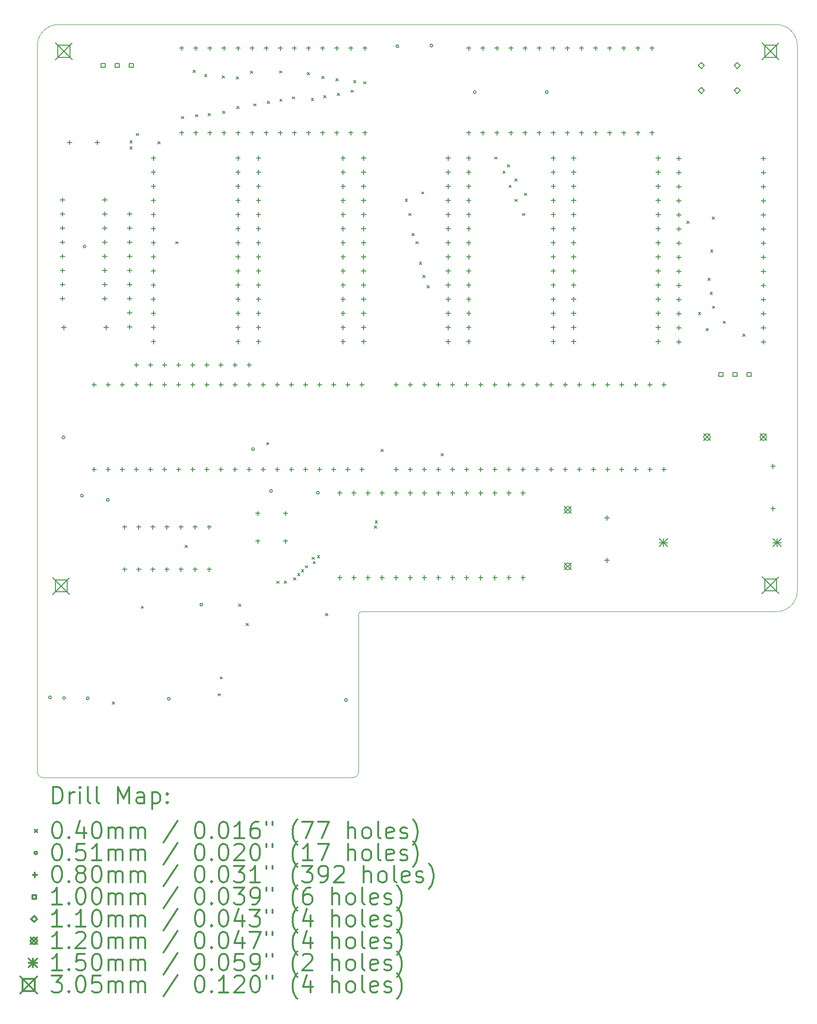
<source format=gbr>
%FSLAX45Y45*%
G04 Gerber Fmt 4.5, Leading zero omitted, Abs format (unit mm)*
G04 Created by KiCad (PCBNEW (5.1.9)-1) date 2023-04-24 20:38:06*
%MOMM*%
%LPD*%
G01*
G04 APERTURE LIST*
%TA.AperFunction,Profile*%
%ADD10C,0.025400*%
%TD*%
%ADD11C,0.200000*%
%ADD12C,0.300000*%
G04 APERTURE END LIST*
D10*
X8007900Y-3003100D02*
G75*
G02*
X8388900Y-2622100I381000J0D01*
G01*
X21325000Y-2622100D02*
X8388900Y-2622100D01*
X21325000Y-2622100D02*
G75*
G02*
X21706000Y-3003100I0J-381000D01*
G01*
X21706000Y-12809500D02*
G75*
G02*
X21325000Y-13190500I-381000J0D01*
G01*
X13849900Y-13190500D02*
G75*
G03*
X13799100Y-13241300I0J-50800D01*
G01*
X21325000Y-13190500D02*
X13849900Y-13190500D01*
X21706000Y-12809500D02*
X21706000Y-3003100D01*
X13799100Y-13241300D02*
X13799100Y-16035300D01*
X8007900Y-16035300D02*
X8007900Y-16073400D01*
X8007900Y-16073400D02*
G75*
G03*
X8109500Y-16175000I101600J0D01*
G01*
X13799100Y-16073400D02*
X13799100Y-16035300D01*
X13697500Y-16175000D02*
G75*
G03*
X13799100Y-16073400I0J101600D01*
G01*
X8007900Y-3003100D02*
X8007900Y-16035300D01*
X8109500Y-16175000D02*
X13697500Y-16175000D01*
D11*
X9357900Y-14814500D02*
X9397900Y-14854500D01*
X9397900Y-14814500D02*
X9357900Y-14854500D01*
X9677900Y-4714500D02*
X9717900Y-4754500D01*
X9717900Y-4714500D02*
X9677900Y-4754500D01*
X9677900Y-4822000D02*
X9717900Y-4862000D01*
X9717900Y-4822000D02*
X9677900Y-4862000D01*
X9794000Y-4582500D02*
X9834000Y-4622500D01*
X9834000Y-4582500D02*
X9794000Y-4622500D01*
X9881259Y-13090000D02*
X9921259Y-13130000D01*
X9921259Y-13090000D02*
X9881259Y-13130000D01*
X10183501Y-4729518D02*
X10223501Y-4769518D01*
X10223501Y-4729518D02*
X10183501Y-4769518D01*
X10502900Y-6529000D02*
X10542900Y-6569000D01*
X10542900Y-6529000D02*
X10502900Y-6569000D01*
X10604000Y-4277500D02*
X10644000Y-4317500D01*
X10644000Y-4277500D02*
X10604000Y-4317500D01*
X10673650Y-11996250D02*
X10713650Y-12036250D01*
X10713650Y-11996250D02*
X10673650Y-12036250D01*
X10816500Y-3440000D02*
X10856500Y-3480000D01*
X10856500Y-3440000D02*
X10816500Y-3480000D01*
X10859000Y-4242500D02*
X10899000Y-4282500D01*
X10899000Y-4242500D02*
X10859000Y-4282500D01*
X11024000Y-3517500D02*
X11064000Y-3557500D01*
X11064000Y-3517500D02*
X11024000Y-3557500D01*
X11086500Y-4222500D02*
X11126500Y-4262500D01*
X11126500Y-4222500D02*
X11086500Y-4262500D01*
X11265400Y-14664500D02*
X11305400Y-14704500D01*
X11305400Y-14664500D02*
X11265400Y-14704500D01*
X11303170Y-14359901D02*
X11343170Y-14399901D01*
X11343170Y-14359901D02*
X11303170Y-14399901D01*
X11344000Y-3545000D02*
X11384000Y-3585000D01*
X11384000Y-3545000D02*
X11344000Y-3585000D01*
X11349000Y-4180000D02*
X11389000Y-4220000D01*
X11389000Y-4180000D02*
X11349000Y-4220000D01*
X11596500Y-3562500D02*
X11636500Y-3602500D01*
X11636500Y-3562500D02*
X11596500Y-3602500D01*
X11606500Y-4097500D02*
X11646500Y-4137500D01*
X11646500Y-4097500D02*
X11606500Y-4137500D01*
X11640400Y-13052000D02*
X11680400Y-13092000D01*
X11680400Y-13052000D02*
X11640400Y-13092000D01*
X11772500Y-13401600D02*
X11812500Y-13441600D01*
X11812500Y-13401600D02*
X11772500Y-13441600D01*
X11851500Y-3462500D02*
X11891500Y-3502500D01*
X11891500Y-3462500D02*
X11851500Y-3502500D01*
X11906500Y-4047500D02*
X11946500Y-4087500D01*
X11946500Y-4047500D02*
X11906500Y-4087500D01*
X12142900Y-10144500D02*
X12182900Y-10184500D01*
X12182900Y-10144500D02*
X12142900Y-10184500D01*
X12156740Y-4002741D02*
X12196740Y-4042741D01*
X12196740Y-4002741D02*
X12156740Y-4042741D01*
X12325215Y-12642004D02*
X12365215Y-12682004D01*
X12365215Y-12642004D02*
X12325215Y-12682004D01*
X12374000Y-3455000D02*
X12414000Y-3495000D01*
X12414000Y-3455000D02*
X12374000Y-3495000D01*
X12379000Y-3962500D02*
X12419000Y-4002500D01*
X12419000Y-3962500D02*
X12379000Y-4002500D01*
X12457900Y-12639500D02*
X12497900Y-12679500D01*
X12497900Y-12639500D02*
X12457900Y-12679500D01*
X12601500Y-3922259D02*
X12641500Y-3962259D01*
X12641500Y-3922259D02*
X12601500Y-3962259D01*
X12628814Y-12575414D02*
X12668814Y-12615414D01*
X12668814Y-12575414D02*
X12628814Y-12615414D01*
X12700064Y-12504163D02*
X12740064Y-12544163D01*
X12740064Y-12504163D02*
X12700064Y-12544163D01*
X12768814Y-12435414D02*
X12808814Y-12475414D01*
X12808814Y-12435414D02*
X12768814Y-12475414D01*
X12841314Y-12362914D02*
X12881314Y-12402914D01*
X12881314Y-12362914D02*
X12841314Y-12402914D01*
X12874000Y-3487500D02*
X12914000Y-3527500D01*
X12914000Y-3487500D02*
X12874000Y-3527500D01*
X12946500Y-3950000D02*
X12986500Y-3990000D01*
X12986500Y-3950000D02*
X12946500Y-3990000D01*
X12959158Y-12210170D02*
X12999158Y-12250170D01*
X12999158Y-12210170D02*
X12959158Y-12250170D01*
X12980634Y-12287235D02*
X13020634Y-12327235D01*
X13020634Y-12287235D02*
X12980634Y-12327235D01*
X13057618Y-12183328D02*
X13097618Y-12223328D01*
X13097618Y-12183328D02*
X13057618Y-12223328D01*
X13136500Y-3552500D02*
X13176500Y-3592500D01*
X13176500Y-3552500D02*
X13136500Y-3592500D01*
X13171500Y-3900000D02*
X13211500Y-3940000D01*
X13211500Y-3900000D02*
X13171500Y-3940000D01*
X13202900Y-13219500D02*
X13242900Y-13259500D01*
X13242900Y-13219500D02*
X13202900Y-13259500D01*
X13389000Y-3595000D02*
X13429000Y-3635000D01*
X13429000Y-3595000D02*
X13389000Y-3635000D01*
X13419000Y-3855000D02*
X13459000Y-3895000D01*
X13459000Y-3855000D02*
X13419000Y-3895000D01*
X13661500Y-3802500D02*
X13701500Y-3842500D01*
X13701500Y-3802500D02*
X13661500Y-3842500D01*
X13709000Y-3630000D02*
X13749000Y-3670000D01*
X13749000Y-3630000D02*
X13709000Y-3670000D01*
X13891500Y-3650000D02*
X13931500Y-3690000D01*
X13931500Y-3650000D02*
X13891500Y-3690000D01*
X14082900Y-11647000D02*
X14122900Y-11687000D01*
X14122900Y-11647000D02*
X14082900Y-11687000D01*
X14097900Y-11554500D02*
X14137900Y-11594500D01*
X14137900Y-11554500D02*
X14097900Y-11594500D01*
X14205400Y-10269500D02*
X14245400Y-10309500D01*
X14245400Y-10269500D02*
X14205400Y-10309500D01*
X14640400Y-5764500D02*
X14680400Y-5804500D01*
X14680400Y-5764500D02*
X14640400Y-5804500D01*
X14702900Y-6022000D02*
X14742900Y-6062000D01*
X14742900Y-6022000D02*
X14702900Y-6062000D01*
X14765400Y-6382000D02*
X14805400Y-6422000D01*
X14805400Y-6382000D02*
X14765400Y-6422000D01*
X14827900Y-6529500D02*
X14867900Y-6569500D01*
X14867900Y-6529500D02*
X14827900Y-6569500D01*
X14892900Y-6899500D02*
X14932900Y-6939500D01*
X14932900Y-6899500D02*
X14892900Y-6939500D01*
X14936400Y-5632001D02*
X14976400Y-5672001D01*
X14976400Y-5632001D02*
X14936400Y-5672001D01*
X14955400Y-7134500D02*
X14995400Y-7174500D01*
X14995400Y-7134500D02*
X14955400Y-7174500D01*
X15035400Y-7319500D02*
X15075400Y-7359500D01*
X15075400Y-7319500D02*
X15035400Y-7359500D01*
X15290400Y-10342001D02*
X15330400Y-10382001D01*
X15330400Y-10342001D02*
X15290400Y-10382001D01*
X16254000Y-5005000D02*
X16294000Y-5045000D01*
X16294000Y-5005000D02*
X16254000Y-5045000D01*
X16400000Y-5259000D02*
X16440000Y-5299000D01*
X16440000Y-5259000D02*
X16400000Y-5299000D01*
X16480500Y-5146500D02*
X16520500Y-5186500D01*
X16520500Y-5146500D02*
X16480500Y-5186500D01*
X16511000Y-5513000D02*
X16551000Y-5553000D01*
X16551000Y-5513000D02*
X16511000Y-5553000D01*
X16616000Y-5400500D02*
X16656000Y-5440500D01*
X16656000Y-5400500D02*
X16616000Y-5440500D01*
X16617000Y-5767000D02*
X16657000Y-5807000D01*
X16657000Y-5767000D02*
X16617000Y-5807000D01*
X16753000Y-6021000D02*
X16793000Y-6061000D01*
X16793000Y-6021000D02*
X16753000Y-6061000D01*
X16786741Y-5656518D02*
X16826741Y-5696518D01*
X16826741Y-5656518D02*
X16786741Y-5696518D01*
X19714000Y-6162500D02*
X19754000Y-6202500D01*
X19754000Y-6162500D02*
X19714000Y-6202500D01*
X19924000Y-7802500D02*
X19964000Y-7842500D01*
X19964000Y-7802500D02*
X19924000Y-7842500D01*
X20061500Y-8090000D02*
X20101500Y-8130000D01*
X20101500Y-8090000D02*
X20061500Y-8130000D01*
X20095536Y-7185000D02*
X20135536Y-7225000D01*
X20135536Y-7185000D02*
X20095536Y-7225000D01*
X20135777Y-7439000D02*
X20175777Y-7479000D01*
X20175777Y-7439000D02*
X20135777Y-7479000D01*
X20144000Y-6680000D02*
X20184000Y-6720000D01*
X20184000Y-6680000D02*
X20144000Y-6720000D01*
X20171500Y-6085000D02*
X20211500Y-6125000D01*
X20211500Y-6085000D02*
X20171500Y-6125000D01*
X20176018Y-7688750D02*
X20216018Y-7728750D01*
X20216018Y-7688750D02*
X20176018Y-7728750D01*
X20372232Y-7959032D02*
X20412232Y-7999032D01*
X20412232Y-7959032D02*
X20372232Y-7999032D01*
X20721500Y-8190000D02*
X20761500Y-8230000D01*
X20761500Y-8190000D02*
X20721500Y-8230000D01*
X8261900Y-14733100D02*
G75*
G03*
X8261900Y-14733100I-25400J0D01*
G01*
X8505800Y-10052000D02*
G75*
G03*
X8505800Y-10052000I-25400J0D01*
G01*
X8515900Y-14745900D02*
G75*
G03*
X8515900Y-14745900I-25400J0D01*
G01*
X8838300Y-11102000D02*
G75*
G03*
X8838300Y-11102000I-25400J0D01*
G01*
X8885800Y-6617000D02*
G75*
G03*
X8885800Y-6617000I-25400J0D01*
G01*
X8941900Y-14750000D02*
G75*
G03*
X8941900Y-14750000I-25400J0D01*
G01*
X9303300Y-11177000D02*
G75*
G03*
X9303300Y-11177000I-25400J0D01*
G01*
X10403300Y-14757000D02*
G75*
G03*
X10403300Y-14757000I-25400J0D01*
G01*
X10990800Y-13064500D02*
G75*
G03*
X10990800Y-13064500I-25400J0D01*
G01*
X11920800Y-10264500D02*
G75*
G03*
X11920800Y-10264500I-25400J0D01*
G01*
X12245800Y-11017000D02*
G75*
G03*
X12245800Y-11017000I-25400J0D01*
G01*
X13090800Y-11049500D02*
G75*
G03*
X13090800Y-11049500I-25400J0D01*
G01*
X13595900Y-14781100D02*
G75*
G03*
X13595900Y-14781100I-25400J0D01*
G01*
X14521900Y-3012500D02*
G75*
G03*
X14521900Y-3012500I-25400J0D01*
G01*
X15136900Y-3000000D02*
G75*
G03*
X15136900Y-3000000I-25400J0D01*
G01*
X15916900Y-3840000D02*
G75*
G03*
X15916900Y-3840000I-25400J0D01*
G01*
X17214400Y-3837500D02*
G75*
G03*
X17214400Y-3837500I-25400J0D01*
G01*
X8462900Y-5734500D02*
X8462900Y-5814500D01*
X8422900Y-5774500D02*
X8502900Y-5774500D01*
X8462900Y-5988500D02*
X8462900Y-6068500D01*
X8422900Y-6028500D02*
X8502900Y-6028500D01*
X8462900Y-6242500D02*
X8462900Y-6322500D01*
X8422900Y-6282500D02*
X8502900Y-6282500D01*
X8462900Y-6496500D02*
X8462900Y-6576500D01*
X8422900Y-6536500D02*
X8502900Y-6536500D01*
X8462900Y-6750500D02*
X8462900Y-6830500D01*
X8422900Y-6790500D02*
X8502900Y-6790500D01*
X8462900Y-7004500D02*
X8462900Y-7084500D01*
X8422900Y-7044500D02*
X8502900Y-7044500D01*
X8462900Y-7258500D02*
X8462900Y-7338500D01*
X8422900Y-7298500D02*
X8502900Y-7298500D01*
X8462900Y-7512500D02*
X8462900Y-7592500D01*
X8422900Y-7552500D02*
X8502900Y-7552500D01*
X8487900Y-8032000D02*
X8487900Y-8112000D01*
X8447900Y-8072000D02*
X8527900Y-8072000D01*
X8587900Y-4702000D02*
X8587900Y-4782000D01*
X8547900Y-4742000D02*
X8627900Y-4742000D01*
X9033000Y-9062000D02*
X9033000Y-9142000D01*
X8993000Y-9102000D02*
X9073000Y-9102000D01*
X9033000Y-10586000D02*
X9033000Y-10666000D01*
X8993000Y-10626000D02*
X9073000Y-10626000D01*
X9087900Y-4702000D02*
X9087900Y-4782000D01*
X9047900Y-4742000D02*
X9127900Y-4742000D01*
X9224900Y-5734500D02*
X9224900Y-5814500D01*
X9184900Y-5774500D02*
X9264900Y-5774500D01*
X9224900Y-5988500D02*
X9224900Y-6068500D01*
X9184900Y-6028500D02*
X9264900Y-6028500D01*
X9224900Y-6242500D02*
X9224900Y-6322500D01*
X9184900Y-6282500D02*
X9264900Y-6282500D01*
X9224900Y-6496500D02*
X9224900Y-6576500D01*
X9184900Y-6536500D02*
X9264900Y-6536500D01*
X9224900Y-6750500D02*
X9224900Y-6830500D01*
X9184900Y-6790500D02*
X9264900Y-6790500D01*
X9224900Y-7004500D02*
X9224900Y-7084500D01*
X9184900Y-7044500D02*
X9264900Y-7044500D01*
X9224900Y-7258500D02*
X9224900Y-7338500D01*
X9184900Y-7298500D02*
X9264900Y-7298500D01*
X9224900Y-7512500D02*
X9224900Y-7592500D01*
X9184900Y-7552500D02*
X9264900Y-7552500D01*
X9249900Y-8032000D02*
X9249900Y-8112000D01*
X9209900Y-8072000D02*
X9289900Y-8072000D01*
X9287000Y-9062000D02*
X9287000Y-9142000D01*
X9247000Y-9102000D02*
X9327000Y-9102000D01*
X9287000Y-10586000D02*
X9287000Y-10666000D01*
X9247000Y-10626000D02*
X9327000Y-10626000D01*
X9541000Y-9062000D02*
X9541000Y-9142000D01*
X9501000Y-9102000D02*
X9581000Y-9102000D01*
X9541000Y-10586000D02*
X9541000Y-10666000D01*
X9501000Y-10626000D02*
X9581000Y-10626000D01*
X9581900Y-11626500D02*
X9581900Y-11706500D01*
X9541900Y-11666500D02*
X9621900Y-11666500D01*
X9581900Y-12388500D02*
X9581900Y-12468500D01*
X9541900Y-12428500D02*
X9621900Y-12428500D01*
X9673900Y-5988500D02*
X9673900Y-6068500D01*
X9633900Y-6028500D02*
X9713900Y-6028500D01*
X9673900Y-6242500D02*
X9673900Y-6322500D01*
X9633900Y-6282500D02*
X9713900Y-6282500D01*
X9673900Y-6496500D02*
X9673900Y-6576500D01*
X9633900Y-6536500D02*
X9713900Y-6536500D01*
X9673900Y-6750500D02*
X9673900Y-6830500D01*
X9633900Y-6790500D02*
X9713900Y-6790500D01*
X9673900Y-7004500D02*
X9673900Y-7084500D01*
X9633900Y-7044500D02*
X9713900Y-7044500D01*
X9673900Y-7258500D02*
X9673900Y-7338500D01*
X9633900Y-7298500D02*
X9713900Y-7298500D01*
X9673900Y-7512500D02*
X9673900Y-7592500D01*
X9633900Y-7552500D02*
X9713900Y-7552500D01*
X9673900Y-7766500D02*
X9673900Y-7846500D01*
X9633900Y-7806500D02*
X9713900Y-7806500D01*
X9673900Y-8020500D02*
X9673900Y-8100500D01*
X9633900Y-8060500D02*
X9713900Y-8060500D01*
X9795000Y-8707500D02*
X9795000Y-8787500D01*
X9755000Y-8747500D02*
X9835000Y-8747500D01*
X9795000Y-9062000D02*
X9795000Y-9142000D01*
X9755000Y-9102000D02*
X9835000Y-9102000D01*
X9795000Y-10586000D02*
X9795000Y-10666000D01*
X9755000Y-10626000D02*
X9835000Y-10626000D01*
X9835900Y-11626500D02*
X9835900Y-11706500D01*
X9795900Y-11666500D02*
X9875900Y-11666500D01*
X9835900Y-12388500D02*
X9835900Y-12468500D01*
X9795900Y-12428500D02*
X9875900Y-12428500D01*
X10049000Y-8707500D02*
X10049000Y-8787500D01*
X10009000Y-8747500D02*
X10089000Y-8747500D01*
X10049000Y-9062000D02*
X10049000Y-9142000D01*
X10009000Y-9102000D02*
X10089000Y-9102000D01*
X10049000Y-10586000D02*
X10049000Y-10666000D01*
X10009000Y-10626000D02*
X10089000Y-10626000D01*
X10089900Y-11626500D02*
X10089900Y-11706500D01*
X10049900Y-11666500D02*
X10129900Y-11666500D01*
X10089900Y-12388500D02*
X10089900Y-12468500D01*
X10049900Y-12428500D02*
X10129900Y-12428500D01*
X10102400Y-4985000D02*
X10102400Y-5065000D01*
X10062400Y-5025000D02*
X10142400Y-5025000D01*
X10102400Y-5239000D02*
X10102400Y-5319000D01*
X10062400Y-5279000D02*
X10142400Y-5279000D01*
X10102400Y-5493000D02*
X10102400Y-5573000D01*
X10062400Y-5533000D02*
X10142400Y-5533000D01*
X10102400Y-5747000D02*
X10102400Y-5827000D01*
X10062400Y-5787000D02*
X10142400Y-5787000D01*
X10102400Y-6001000D02*
X10102400Y-6081000D01*
X10062400Y-6041000D02*
X10142400Y-6041000D01*
X10102400Y-6255000D02*
X10102400Y-6335000D01*
X10062400Y-6295000D02*
X10142400Y-6295000D01*
X10102400Y-6509000D02*
X10102400Y-6589000D01*
X10062400Y-6549000D02*
X10142400Y-6549000D01*
X10102400Y-6763000D02*
X10102400Y-6843000D01*
X10062400Y-6803000D02*
X10142400Y-6803000D01*
X10102400Y-7017000D02*
X10102400Y-7097000D01*
X10062400Y-7057000D02*
X10142400Y-7057000D01*
X10102400Y-7271000D02*
X10102400Y-7351000D01*
X10062400Y-7311000D02*
X10142400Y-7311000D01*
X10102400Y-7525000D02*
X10102400Y-7605000D01*
X10062400Y-7565000D02*
X10142400Y-7565000D01*
X10102400Y-7779000D02*
X10102400Y-7859000D01*
X10062400Y-7819000D02*
X10142400Y-7819000D01*
X10102400Y-8033000D02*
X10102400Y-8113000D01*
X10062400Y-8073000D02*
X10142400Y-8073000D01*
X10102400Y-8287000D02*
X10102400Y-8367000D01*
X10062400Y-8327000D02*
X10142400Y-8327000D01*
X10303000Y-8707500D02*
X10303000Y-8787500D01*
X10263000Y-8747500D02*
X10343000Y-8747500D01*
X10303000Y-9062000D02*
X10303000Y-9142000D01*
X10263000Y-9102000D02*
X10343000Y-9102000D01*
X10303000Y-10586000D02*
X10303000Y-10666000D01*
X10263000Y-10626000D02*
X10343000Y-10626000D01*
X10343900Y-11626500D02*
X10343900Y-11706500D01*
X10303900Y-11666500D02*
X10383900Y-11666500D01*
X10343900Y-12388500D02*
X10343900Y-12468500D01*
X10303900Y-12428500D02*
X10383900Y-12428500D01*
X10557000Y-8707500D02*
X10557000Y-8787500D01*
X10517000Y-8747500D02*
X10597000Y-8747500D01*
X10557000Y-9062000D02*
X10557000Y-9142000D01*
X10517000Y-9102000D02*
X10597000Y-9102000D01*
X10557000Y-10586000D02*
X10557000Y-10666000D01*
X10517000Y-10626000D02*
X10597000Y-10626000D01*
X10597900Y-11626500D02*
X10597900Y-11706500D01*
X10557900Y-11666500D02*
X10637900Y-11666500D01*
X10597900Y-12388500D02*
X10597900Y-12468500D01*
X10557900Y-12428500D02*
X10637900Y-12428500D01*
X10610400Y-3007000D02*
X10610400Y-3087000D01*
X10570400Y-3047000D02*
X10650400Y-3047000D01*
X10610400Y-4531000D02*
X10610400Y-4611000D01*
X10570400Y-4571000D02*
X10650400Y-4571000D01*
X10811000Y-8707500D02*
X10811000Y-8787500D01*
X10771000Y-8747500D02*
X10851000Y-8747500D01*
X10811000Y-9062000D02*
X10811000Y-9142000D01*
X10771000Y-9102000D02*
X10851000Y-9102000D01*
X10811000Y-10586000D02*
X10811000Y-10666000D01*
X10771000Y-10626000D02*
X10851000Y-10626000D01*
X10851900Y-11626500D02*
X10851900Y-11706500D01*
X10811900Y-11666500D02*
X10891900Y-11666500D01*
X10851900Y-12388500D02*
X10851900Y-12468500D01*
X10811900Y-12428500D02*
X10891900Y-12428500D01*
X10864400Y-3007000D02*
X10864400Y-3087000D01*
X10824400Y-3047000D02*
X10904400Y-3047000D01*
X10864400Y-4531000D02*
X10864400Y-4611000D01*
X10824400Y-4571000D02*
X10904400Y-4571000D01*
X11065000Y-8707500D02*
X11065000Y-8787500D01*
X11025000Y-8747500D02*
X11105000Y-8747500D01*
X11065000Y-9062000D02*
X11065000Y-9142000D01*
X11025000Y-9102000D02*
X11105000Y-9102000D01*
X11065000Y-10586000D02*
X11065000Y-10666000D01*
X11025000Y-10626000D02*
X11105000Y-10626000D01*
X11105900Y-11626500D02*
X11105900Y-11706500D01*
X11065900Y-11666500D02*
X11145900Y-11666500D01*
X11105900Y-12388500D02*
X11105900Y-12468500D01*
X11065900Y-12428500D02*
X11145900Y-12428500D01*
X11118400Y-3007000D02*
X11118400Y-3087000D01*
X11078400Y-3047000D02*
X11158400Y-3047000D01*
X11118400Y-4531000D02*
X11118400Y-4611000D01*
X11078400Y-4571000D02*
X11158400Y-4571000D01*
X11319000Y-8707500D02*
X11319000Y-8787500D01*
X11279000Y-8747500D02*
X11359000Y-8747500D01*
X11319000Y-9062000D02*
X11319000Y-9142000D01*
X11279000Y-9102000D02*
X11359000Y-9102000D01*
X11319000Y-10586000D02*
X11319000Y-10666000D01*
X11279000Y-10626000D02*
X11359000Y-10626000D01*
X11372400Y-3007000D02*
X11372400Y-3087000D01*
X11332400Y-3047000D02*
X11412400Y-3047000D01*
X11372400Y-4531000D02*
X11372400Y-4611000D01*
X11332400Y-4571000D02*
X11412400Y-4571000D01*
X11573000Y-8707500D02*
X11573000Y-8787500D01*
X11533000Y-8747500D02*
X11613000Y-8747500D01*
X11573000Y-9062000D02*
X11573000Y-9142000D01*
X11533000Y-9102000D02*
X11613000Y-9102000D01*
X11573000Y-10586000D02*
X11573000Y-10666000D01*
X11533000Y-10626000D02*
X11613000Y-10626000D01*
X11626400Y-3007000D02*
X11626400Y-3087000D01*
X11586400Y-3047000D02*
X11666400Y-3047000D01*
X11626400Y-4531000D02*
X11626400Y-4611000D01*
X11586400Y-4571000D02*
X11666400Y-4571000D01*
X11626400Y-4985000D02*
X11626400Y-5065000D01*
X11586400Y-5025000D02*
X11666400Y-5025000D01*
X11626400Y-5239000D02*
X11626400Y-5319000D01*
X11586400Y-5279000D02*
X11666400Y-5279000D01*
X11626400Y-5493000D02*
X11626400Y-5573000D01*
X11586400Y-5533000D02*
X11666400Y-5533000D01*
X11626400Y-5747000D02*
X11626400Y-5827000D01*
X11586400Y-5787000D02*
X11666400Y-5787000D01*
X11626400Y-6001000D02*
X11626400Y-6081000D01*
X11586400Y-6041000D02*
X11666400Y-6041000D01*
X11626400Y-6255000D02*
X11626400Y-6335000D01*
X11586400Y-6295000D02*
X11666400Y-6295000D01*
X11626400Y-6509000D02*
X11626400Y-6589000D01*
X11586400Y-6549000D02*
X11666400Y-6549000D01*
X11626400Y-6763000D02*
X11626400Y-6843000D01*
X11586400Y-6803000D02*
X11666400Y-6803000D01*
X11626400Y-7017000D02*
X11626400Y-7097000D01*
X11586400Y-7057000D02*
X11666400Y-7057000D01*
X11626400Y-7271000D02*
X11626400Y-7351000D01*
X11586400Y-7311000D02*
X11666400Y-7311000D01*
X11626400Y-7525000D02*
X11626400Y-7605000D01*
X11586400Y-7565000D02*
X11666400Y-7565000D01*
X11626400Y-7779000D02*
X11626400Y-7859000D01*
X11586400Y-7819000D02*
X11666400Y-7819000D01*
X11626400Y-8033000D02*
X11626400Y-8113000D01*
X11586400Y-8073000D02*
X11666400Y-8073000D01*
X11626400Y-8287000D02*
X11626400Y-8367000D01*
X11586400Y-8327000D02*
X11666400Y-8327000D01*
X11827000Y-8707500D02*
X11827000Y-8787500D01*
X11787000Y-8747500D02*
X11867000Y-8747500D01*
X11827000Y-9062000D02*
X11827000Y-9142000D01*
X11787000Y-9102000D02*
X11867000Y-9102000D01*
X11827000Y-10586000D02*
X11827000Y-10666000D01*
X11787000Y-10626000D02*
X11867000Y-10626000D01*
X11880400Y-3007000D02*
X11880400Y-3087000D01*
X11840400Y-3047000D02*
X11920400Y-3047000D01*
X11880400Y-4531000D02*
X11880400Y-4611000D01*
X11840400Y-4571000D02*
X11920400Y-4571000D01*
X11981900Y-11381500D02*
X11981900Y-11461500D01*
X11941900Y-11421500D02*
X12021900Y-11421500D01*
X11981900Y-11879500D02*
X11981900Y-11959500D01*
X11941900Y-11919500D02*
X12021900Y-11919500D01*
X11995700Y-4985000D02*
X11995700Y-5065000D01*
X11955700Y-5025000D02*
X12035700Y-5025000D01*
X11995700Y-5239000D02*
X11995700Y-5319000D01*
X11955700Y-5279000D02*
X12035700Y-5279000D01*
X11995700Y-5493000D02*
X11995700Y-5573000D01*
X11955700Y-5533000D02*
X12035700Y-5533000D01*
X11995700Y-5747000D02*
X11995700Y-5827000D01*
X11955700Y-5787000D02*
X12035700Y-5787000D01*
X11995700Y-6001000D02*
X11995700Y-6081000D01*
X11955700Y-6041000D02*
X12035700Y-6041000D01*
X11995700Y-6255000D02*
X11995700Y-6335000D01*
X11955700Y-6295000D02*
X12035700Y-6295000D01*
X11995700Y-6509000D02*
X11995700Y-6589000D01*
X11955700Y-6549000D02*
X12035700Y-6549000D01*
X11995700Y-6763000D02*
X11995700Y-6843000D01*
X11955700Y-6803000D02*
X12035700Y-6803000D01*
X11995700Y-7017000D02*
X11995700Y-7097000D01*
X11955700Y-7057000D02*
X12035700Y-7057000D01*
X11995700Y-7271000D02*
X11995700Y-7351000D01*
X11955700Y-7311000D02*
X12035700Y-7311000D01*
X11995700Y-7525000D02*
X11995700Y-7605000D01*
X11955700Y-7565000D02*
X12035700Y-7565000D01*
X11995700Y-7779000D02*
X11995700Y-7859000D01*
X11955700Y-7819000D02*
X12035700Y-7819000D01*
X11995700Y-8033000D02*
X11995700Y-8113000D01*
X11955700Y-8073000D02*
X12035700Y-8073000D01*
X11995700Y-8287000D02*
X11995700Y-8367000D01*
X11955700Y-8327000D02*
X12035700Y-8327000D01*
X12081000Y-9062000D02*
X12081000Y-9142000D01*
X12041000Y-9102000D02*
X12121000Y-9102000D01*
X12081000Y-10586000D02*
X12081000Y-10666000D01*
X12041000Y-10626000D02*
X12121000Y-10626000D01*
X12134400Y-3007000D02*
X12134400Y-3087000D01*
X12094400Y-3047000D02*
X12174400Y-3047000D01*
X12134400Y-4531000D02*
X12134400Y-4611000D01*
X12094400Y-4571000D02*
X12174400Y-4571000D01*
X12335000Y-9062000D02*
X12335000Y-9142000D01*
X12295000Y-9102000D02*
X12375000Y-9102000D01*
X12335000Y-10586000D02*
X12335000Y-10666000D01*
X12295000Y-10626000D02*
X12375000Y-10626000D01*
X12388400Y-3007000D02*
X12388400Y-3087000D01*
X12348400Y-3047000D02*
X12428400Y-3047000D01*
X12388400Y-4531000D02*
X12388400Y-4611000D01*
X12348400Y-4571000D02*
X12428400Y-4571000D01*
X12481900Y-11381500D02*
X12481900Y-11461500D01*
X12441900Y-11421500D02*
X12521900Y-11421500D01*
X12481900Y-11879500D02*
X12481900Y-11959500D01*
X12441900Y-11919500D02*
X12521900Y-11919500D01*
X12589000Y-9062000D02*
X12589000Y-9142000D01*
X12549000Y-9102000D02*
X12629000Y-9102000D01*
X12589000Y-10586000D02*
X12589000Y-10666000D01*
X12549000Y-10626000D02*
X12629000Y-10626000D01*
X12642400Y-3007000D02*
X12642400Y-3087000D01*
X12602400Y-3047000D02*
X12682400Y-3047000D01*
X12642400Y-4531000D02*
X12642400Y-4611000D01*
X12602400Y-4571000D02*
X12682400Y-4571000D01*
X12843000Y-9062000D02*
X12843000Y-9142000D01*
X12803000Y-9102000D02*
X12883000Y-9102000D01*
X12843000Y-10586000D02*
X12843000Y-10666000D01*
X12803000Y-10626000D02*
X12883000Y-10626000D01*
X12896400Y-3007000D02*
X12896400Y-3087000D01*
X12856400Y-3047000D02*
X12936400Y-3047000D01*
X12896400Y-4531000D02*
X12896400Y-4611000D01*
X12856400Y-4571000D02*
X12936400Y-4571000D01*
X13097000Y-9062000D02*
X13097000Y-9142000D01*
X13057000Y-9102000D02*
X13137000Y-9102000D01*
X13097000Y-10586000D02*
X13097000Y-10666000D01*
X13057000Y-10626000D02*
X13137000Y-10626000D01*
X13150400Y-3007000D02*
X13150400Y-3087000D01*
X13110400Y-3047000D02*
X13190400Y-3047000D01*
X13150400Y-4531000D02*
X13150400Y-4611000D01*
X13110400Y-4571000D02*
X13190400Y-4571000D01*
X13351000Y-9062000D02*
X13351000Y-9142000D01*
X13311000Y-9102000D02*
X13391000Y-9102000D01*
X13351000Y-10586000D02*
X13351000Y-10666000D01*
X13311000Y-10626000D02*
X13391000Y-10626000D01*
X13404400Y-3007000D02*
X13404400Y-3087000D01*
X13364400Y-3047000D02*
X13444400Y-3047000D01*
X13404400Y-4531000D02*
X13404400Y-4611000D01*
X13364400Y-4571000D02*
X13444400Y-4571000D01*
X13460900Y-11014500D02*
X13460900Y-11094500D01*
X13420900Y-11054500D02*
X13500900Y-11054500D01*
X13460900Y-12538500D02*
X13460900Y-12618500D01*
X13420900Y-12578500D02*
X13500900Y-12578500D01*
X13519700Y-4985000D02*
X13519700Y-5065000D01*
X13479700Y-5025000D02*
X13559700Y-5025000D01*
X13519700Y-5239000D02*
X13519700Y-5319000D01*
X13479700Y-5279000D02*
X13559700Y-5279000D01*
X13519700Y-5493000D02*
X13519700Y-5573000D01*
X13479700Y-5533000D02*
X13559700Y-5533000D01*
X13519700Y-5747000D02*
X13519700Y-5827000D01*
X13479700Y-5787000D02*
X13559700Y-5787000D01*
X13519700Y-6001000D02*
X13519700Y-6081000D01*
X13479700Y-6041000D02*
X13559700Y-6041000D01*
X13519700Y-6255000D02*
X13519700Y-6335000D01*
X13479700Y-6295000D02*
X13559700Y-6295000D01*
X13519700Y-6509000D02*
X13519700Y-6589000D01*
X13479700Y-6549000D02*
X13559700Y-6549000D01*
X13519700Y-6763000D02*
X13519700Y-6843000D01*
X13479700Y-6803000D02*
X13559700Y-6803000D01*
X13519700Y-7017000D02*
X13519700Y-7097000D01*
X13479700Y-7057000D02*
X13559700Y-7057000D01*
X13519700Y-7271000D02*
X13519700Y-7351000D01*
X13479700Y-7311000D02*
X13559700Y-7311000D01*
X13519700Y-7525000D02*
X13519700Y-7605000D01*
X13479700Y-7565000D02*
X13559700Y-7565000D01*
X13519700Y-7779000D02*
X13519700Y-7859000D01*
X13479700Y-7819000D02*
X13559700Y-7819000D01*
X13519700Y-8033000D02*
X13519700Y-8113000D01*
X13479700Y-8073000D02*
X13559700Y-8073000D01*
X13519700Y-8287000D02*
X13519700Y-8367000D01*
X13479700Y-8327000D02*
X13559700Y-8327000D01*
X13605000Y-9062000D02*
X13605000Y-9142000D01*
X13565000Y-9102000D02*
X13645000Y-9102000D01*
X13605000Y-10586000D02*
X13605000Y-10666000D01*
X13565000Y-10626000D02*
X13645000Y-10626000D01*
X13658400Y-3007000D02*
X13658400Y-3087000D01*
X13618400Y-3047000D02*
X13698400Y-3047000D01*
X13658400Y-4531000D02*
X13658400Y-4611000D01*
X13618400Y-4571000D02*
X13698400Y-4571000D01*
X13714900Y-11014500D02*
X13714900Y-11094500D01*
X13674900Y-11054500D02*
X13754900Y-11054500D01*
X13714900Y-12538500D02*
X13714900Y-12618500D01*
X13674900Y-12578500D02*
X13754900Y-12578500D01*
X13859000Y-9062000D02*
X13859000Y-9142000D01*
X13819000Y-9102000D02*
X13899000Y-9102000D01*
X13859000Y-10586000D02*
X13859000Y-10666000D01*
X13819000Y-10626000D02*
X13899000Y-10626000D01*
X13889000Y-4985000D02*
X13889000Y-5065000D01*
X13849000Y-5025000D02*
X13929000Y-5025000D01*
X13889000Y-5239000D02*
X13889000Y-5319000D01*
X13849000Y-5279000D02*
X13929000Y-5279000D01*
X13889000Y-5493000D02*
X13889000Y-5573000D01*
X13849000Y-5533000D02*
X13929000Y-5533000D01*
X13889000Y-5747000D02*
X13889000Y-5827000D01*
X13849000Y-5787000D02*
X13929000Y-5787000D01*
X13889000Y-6001000D02*
X13889000Y-6081000D01*
X13849000Y-6041000D02*
X13929000Y-6041000D01*
X13889000Y-6255000D02*
X13889000Y-6335000D01*
X13849000Y-6295000D02*
X13929000Y-6295000D01*
X13889000Y-6509000D02*
X13889000Y-6589000D01*
X13849000Y-6549000D02*
X13929000Y-6549000D01*
X13889000Y-6763000D02*
X13889000Y-6843000D01*
X13849000Y-6803000D02*
X13929000Y-6803000D01*
X13889000Y-7017000D02*
X13889000Y-7097000D01*
X13849000Y-7057000D02*
X13929000Y-7057000D01*
X13889000Y-7271000D02*
X13889000Y-7351000D01*
X13849000Y-7311000D02*
X13929000Y-7311000D01*
X13889000Y-7525000D02*
X13889000Y-7605000D01*
X13849000Y-7565000D02*
X13929000Y-7565000D01*
X13889000Y-7779000D02*
X13889000Y-7859000D01*
X13849000Y-7819000D02*
X13929000Y-7819000D01*
X13889000Y-8033000D02*
X13889000Y-8113000D01*
X13849000Y-8073000D02*
X13929000Y-8073000D01*
X13889000Y-8287000D02*
X13889000Y-8367000D01*
X13849000Y-8327000D02*
X13929000Y-8327000D01*
X13912400Y-3007000D02*
X13912400Y-3087000D01*
X13872400Y-3047000D02*
X13952400Y-3047000D01*
X13912400Y-4531000D02*
X13912400Y-4611000D01*
X13872400Y-4571000D02*
X13952400Y-4571000D01*
X13968900Y-11014500D02*
X13968900Y-11094500D01*
X13928900Y-11054500D02*
X14008900Y-11054500D01*
X13968900Y-12538500D02*
X13968900Y-12618500D01*
X13928900Y-12578500D02*
X14008900Y-12578500D01*
X14222900Y-11014500D02*
X14222900Y-11094500D01*
X14182900Y-11054500D02*
X14262900Y-11054500D01*
X14222900Y-12538500D02*
X14222900Y-12618500D01*
X14182900Y-12578500D02*
X14262900Y-12578500D01*
X14476900Y-9062000D02*
X14476900Y-9142000D01*
X14436900Y-9102000D02*
X14516900Y-9102000D01*
X14476900Y-10586000D02*
X14476900Y-10666000D01*
X14436900Y-10626000D02*
X14516900Y-10626000D01*
X14476900Y-11014500D02*
X14476900Y-11094500D01*
X14436900Y-11054500D02*
X14516900Y-11054500D01*
X14476900Y-12538500D02*
X14476900Y-12618500D01*
X14436900Y-12578500D02*
X14516900Y-12578500D01*
X14730900Y-9062000D02*
X14730900Y-9142000D01*
X14690900Y-9102000D02*
X14770900Y-9102000D01*
X14730900Y-10586000D02*
X14730900Y-10666000D01*
X14690900Y-10626000D02*
X14770900Y-10626000D01*
X14730900Y-11014500D02*
X14730900Y-11094500D01*
X14690900Y-11054500D02*
X14770900Y-11054500D01*
X14730900Y-12538500D02*
X14730900Y-12618500D01*
X14690900Y-12578500D02*
X14770900Y-12578500D01*
X14984900Y-9062000D02*
X14984900Y-9142000D01*
X14944900Y-9102000D02*
X15024900Y-9102000D01*
X14984900Y-10586000D02*
X14984900Y-10666000D01*
X14944900Y-10626000D02*
X15024900Y-10626000D01*
X14984900Y-11014500D02*
X14984900Y-11094500D01*
X14944900Y-11054500D02*
X15024900Y-11054500D01*
X14984900Y-12538500D02*
X14984900Y-12618500D01*
X14944900Y-12578500D02*
X15024900Y-12578500D01*
X15238900Y-9062000D02*
X15238900Y-9142000D01*
X15198900Y-9102000D02*
X15278900Y-9102000D01*
X15238900Y-10586000D02*
X15238900Y-10666000D01*
X15198900Y-10626000D02*
X15278900Y-10626000D01*
X15238900Y-11014500D02*
X15238900Y-11094500D01*
X15198900Y-11054500D02*
X15278900Y-11054500D01*
X15238900Y-12538500D02*
X15238900Y-12618500D01*
X15198900Y-12578500D02*
X15278900Y-12578500D01*
X15413000Y-4985000D02*
X15413000Y-5065000D01*
X15373000Y-5025000D02*
X15453000Y-5025000D01*
X15413000Y-5239000D02*
X15413000Y-5319000D01*
X15373000Y-5279000D02*
X15453000Y-5279000D01*
X15413000Y-5493000D02*
X15413000Y-5573000D01*
X15373000Y-5533000D02*
X15453000Y-5533000D01*
X15413000Y-5747000D02*
X15413000Y-5827000D01*
X15373000Y-5787000D02*
X15453000Y-5787000D01*
X15413000Y-6001000D02*
X15413000Y-6081000D01*
X15373000Y-6041000D02*
X15453000Y-6041000D01*
X15413000Y-6255000D02*
X15413000Y-6335000D01*
X15373000Y-6295000D02*
X15453000Y-6295000D01*
X15413000Y-6509000D02*
X15413000Y-6589000D01*
X15373000Y-6549000D02*
X15453000Y-6549000D01*
X15413000Y-6763000D02*
X15413000Y-6843000D01*
X15373000Y-6803000D02*
X15453000Y-6803000D01*
X15413000Y-7017000D02*
X15413000Y-7097000D01*
X15373000Y-7057000D02*
X15453000Y-7057000D01*
X15413000Y-7271000D02*
X15413000Y-7351000D01*
X15373000Y-7311000D02*
X15453000Y-7311000D01*
X15413000Y-7525000D02*
X15413000Y-7605000D01*
X15373000Y-7565000D02*
X15453000Y-7565000D01*
X15413000Y-7779000D02*
X15413000Y-7859000D01*
X15373000Y-7819000D02*
X15453000Y-7819000D01*
X15413000Y-8033000D02*
X15413000Y-8113000D01*
X15373000Y-8073000D02*
X15453000Y-8073000D01*
X15413000Y-8287000D02*
X15413000Y-8367000D01*
X15373000Y-8327000D02*
X15453000Y-8327000D01*
X15492900Y-9062000D02*
X15492900Y-9142000D01*
X15452900Y-9102000D02*
X15532900Y-9102000D01*
X15492900Y-10586000D02*
X15492900Y-10666000D01*
X15452900Y-10626000D02*
X15532900Y-10626000D01*
X15492900Y-11014500D02*
X15492900Y-11094500D01*
X15452900Y-11054500D02*
X15532900Y-11054500D01*
X15492900Y-12538500D02*
X15492900Y-12618500D01*
X15452900Y-12578500D02*
X15532900Y-12578500D01*
X15746900Y-9062000D02*
X15746900Y-9142000D01*
X15706900Y-9102000D02*
X15786900Y-9102000D01*
X15746900Y-10586000D02*
X15746900Y-10666000D01*
X15706900Y-10626000D02*
X15786900Y-10626000D01*
X15746900Y-11014500D02*
X15746900Y-11094500D01*
X15706900Y-11054500D02*
X15786900Y-11054500D01*
X15746900Y-12538500D02*
X15746900Y-12618500D01*
X15706900Y-12578500D02*
X15786900Y-12578500D01*
X15782300Y-3007000D02*
X15782300Y-3087000D01*
X15742300Y-3047000D02*
X15822300Y-3047000D01*
X15782300Y-4531000D02*
X15782300Y-4611000D01*
X15742300Y-4571000D02*
X15822300Y-4571000D01*
X15782300Y-4985000D02*
X15782300Y-5065000D01*
X15742300Y-5025000D02*
X15822300Y-5025000D01*
X15782300Y-5239000D02*
X15782300Y-5319000D01*
X15742300Y-5279000D02*
X15822300Y-5279000D01*
X15782300Y-5493000D02*
X15782300Y-5573000D01*
X15742300Y-5533000D02*
X15822300Y-5533000D01*
X15782300Y-5747000D02*
X15782300Y-5827000D01*
X15742300Y-5787000D02*
X15822300Y-5787000D01*
X15782300Y-6001000D02*
X15782300Y-6081000D01*
X15742300Y-6041000D02*
X15822300Y-6041000D01*
X15782300Y-6255000D02*
X15782300Y-6335000D01*
X15742300Y-6295000D02*
X15822300Y-6295000D01*
X15782300Y-6509000D02*
X15782300Y-6589000D01*
X15742300Y-6549000D02*
X15822300Y-6549000D01*
X15782300Y-6763000D02*
X15782300Y-6843000D01*
X15742300Y-6803000D02*
X15822300Y-6803000D01*
X15782300Y-7017000D02*
X15782300Y-7097000D01*
X15742300Y-7057000D02*
X15822300Y-7057000D01*
X15782300Y-7271000D02*
X15782300Y-7351000D01*
X15742300Y-7311000D02*
X15822300Y-7311000D01*
X15782300Y-7525000D02*
X15782300Y-7605000D01*
X15742300Y-7565000D02*
X15822300Y-7565000D01*
X15782300Y-7779000D02*
X15782300Y-7859000D01*
X15742300Y-7819000D02*
X15822300Y-7819000D01*
X15782300Y-8033000D02*
X15782300Y-8113000D01*
X15742300Y-8073000D02*
X15822300Y-8073000D01*
X15782300Y-8287000D02*
X15782300Y-8367000D01*
X15742300Y-8327000D02*
X15822300Y-8327000D01*
X16000900Y-9062000D02*
X16000900Y-9142000D01*
X15960900Y-9102000D02*
X16040900Y-9102000D01*
X16000900Y-10586000D02*
X16000900Y-10666000D01*
X15960900Y-10626000D02*
X16040900Y-10626000D01*
X16000900Y-11014500D02*
X16000900Y-11094500D01*
X15960900Y-11054500D02*
X16040900Y-11054500D01*
X16000900Y-12538500D02*
X16000900Y-12618500D01*
X15960900Y-12578500D02*
X16040900Y-12578500D01*
X16036300Y-3007000D02*
X16036300Y-3087000D01*
X15996300Y-3047000D02*
X16076300Y-3047000D01*
X16036300Y-4531000D02*
X16036300Y-4611000D01*
X15996300Y-4571000D02*
X16076300Y-4571000D01*
X16254900Y-9062000D02*
X16254900Y-9142000D01*
X16214900Y-9102000D02*
X16294900Y-9102000D01*
X16254900Y-10586000D02*
X16254900Y-10666000D01*
X16214900Y-10626000D02*
X16294900Y-10626000D01*
X16254900Y-11014500D02*
X16254900Y-11094500D01*
X16214900Y-11054500D02*
X16294900Y-11054500D01*
X16254900Y-12538500D02*
X16254900Y-12618500D01*
X16214900Y-12578500D02*
X16294900Y-12578500D01*
X16290300Y-3007000D02*
X16290300Y-3087000D01*
X16250300Y-3047000D02*
X16330300Y-3047000D01*
X16290300Y-4531000D02*
X16290300Y-4611000D01*
X16250300Y-4571000D02*
X16330300Y-4571000D01*
X16508900Y-9062000D02*
X16508900Y-9142000D01*
X16468900Y-9102000D02*
X16548900Y-9102000D01*
X16508900Y-10586000D02*
X16508900Y-10666000D01*
X16468900Y-10626000D02*
X16548900Y-10626000D01*
X16508900Y-11014500D02*
X16508900Y-11094500D01*
X16468900Y-11054500D02*
X16548900Y-11054500D01*
X16508900Y-12538500D02*
X16508900Y-12618500D01*
X16468900Y-12578500D02*
X16548900Y-12578500D01*
X16544300Y-3007000D02*
X16544300Y-3087000D01*
X16504300Y-3047000D02*
X16584300Y-3047000D01*
X16544300Y-4531000D02*
X16544300Y-4611000D01*
X16504300Y-4571000D02*
X16584300Y-4571000D01*
X16762900Y-9062000D02*
X16762900Y-9142000D01*
X16722900Y-9102000D02*
X16802900Y-9102000D01*
X16762900Y-10586000D02*
X16762900Y-10666000D01*
X16722900Y-10626000D02*
X16802900Y-10626000D01*
X16762900Y-11014500D02*
X16762900Y-11094500D01*
X16722900Y-11054500D02*
X16802900Y-11054500D01*
X16762900Y-12538500D02*
X16762900Y-12618500D01*
X16722900Y-12578500D02*
X16802900Y-12578500D01*
X16798300Y-3007000D02*
X16798300Y-3087000D01*
X16758300Y-3047000D02*
X16838300Y-3047000D01*
X16798300Y-4531000D02*
X16798300Y-4611000D01*
X16758300Y-4571000D02*
X16838300Y-4571000D01*
X17016900Y-9062000D02*
X17016900Y-9142000D01*
X16976900Y-9102000D02*
X17056900Y-9102000D01*
X17016900Y-10586000D02*
X17016900Y-10666000D01*
X16976900Y-10626000D02*
X17056900Y-10626000D01*
X17052300Y-3007000D02*
X17052300Y-3087000D01*
X17012300Y-3047000D02*
X17092300Y-3047000D01*
X17052300Y-4531000D02*
X17052300Y-4611000D01*
X17012300Y-4571000D02*
X17092300Y-4571000D01*
X17270900Y-9062000D02*
X17270900Y-9142000D01*
X17230900Y-9102000D02*
X17310900Y-9102000D01*
X17270900Y-10586000D02*
X17270900Y-10666000D01*
X17230900Y-10626000D02*
X17310900Y-10626000D01*
X17306300Y-3007000D02*
X17306300Y-3087000D01*
X17266300Y-3047000D02*
X17346300Y-3047000D01*
X17306300Y-4531000D02*
X17306300Y-4611000D01*
X17266300Y-4571000D02*
X17346300Y-4571000D01*
X17306300Y-4985000D02*
X17306300Y-5065000D01*
X17266300Y-5025000D02*
X17346300Y-5025000D01*
X17306300Y-5239000D02*
X17306300Y-5319000D01*
X17266300Y-5279000D02*
X17346300Y-5279000D01*
X17306300Y-5493000D02*
X17306300Y-5573000D01*
X17266300Y-5533000D02*
X17346300Y-5533000D01*
X17306300Y-5747000D02*
X17306300Y-5827000D01*
X17266300Y-5787000D02*
X17346300Y-5787000D01*
X17306300Y-6001000D02*
X17306300Y-6081000D01*
X17266300Y-6041000D02*
X17346300Y-6041000D01*
X17306300Y-6255000D02*
X17306300Y-6335000D01*
X17266300Y-6295000D02*
X17346300Y-6295000D01*
X17306300Y-6509000D02*
X17306300Y-6589000D01*
X17266300Y-6549000D02*
X17346300Y-6549000D01*
X17306300Y-6763000D02*
X17306300Y-6843000D01*
X17266300Y-6803000D02*
X17346300Y-6803000D01*
X17306300Y-7017000D02*
X17306300Y-7097000D01*
X17266300Y-7057000D02*
X17346300Y-7057000D01*
X17306300Y-7271000D02*
X17306300Y-7351000D01*
X17266300Y-7311000D02*
X17346300Y-7311000D01*
X17306300Y-7525000D02*
X17306300Y-7605000D01*
X17266300Y-7565000D02*
X17346300Y-7565000D01*
X17306300Y-7779000D02*
X17306300Y-7859000D01*
X17266300Y-7819000D02*
X17346300Y-7819000D01*
X17306300Y-8033000D02*
X17306300Y-8113000D01*
X17266300Y-8073000D02*
X17346300Y-8073000D01*
X17306300Y-8287000D02*
X17306300Y-8367000D01*
X17266300Y-8327000D02*
X17346300Y-8327000D01*
X17524900Y-9062000D02*
X17524900Y-9142000D01*
X17484900Y-9102000D02*
X17564900Y-9102000D01*
X17524900Y-10586000D02*
X17524900Y-10666000D01*
X17484900Y-10626000D02*
X17564900Y-10626000D01*
X17560300Y-3007000D02*
X17560300Y-3087000D01*
X17520300Y-3047000D02*
X17600300Y-3047000D01*
X17560300Y-4531000D02*
X17560300Y-4611000D01*
X17520300Y-4571000D02*
X17600300Y-4571000D01*
X17675600Y-4985000D02*
X17675600Y-5065000D01*
X17635600Y-5025000D02*
X17715600Y-5025000D01*
X17675600Y-5239000D02*
X17675600Y-5319000D01*
X17635600Y-5279000D02*
X17715600Y-5279000D01*
X17675600Y-5493000D02*
X17675600Y-5573000D01*
X17635600Y-5533000D02*
X17715600Y-5533000D01*
X17675600Y-5747000D02*
X17675600Y-5827000D01*
X17635600Y-5787000D02*
X17715600Y-5787000D01*
X17675600Y-6001000D02*
X17675600Y-6081000D01*
X17635600Y-6041000D02*
X17715600Y-6041000D01*
X17675600Y-6255000D02*
X17675600Y-6335000D01*
X17635600Y-6295000D02*
X17715600Y-6295000D01*
X17675600Y-6509000D02*
X17675600Y-6589000D01*
X17635600Y-6549000D02*
X17715600Y-6549000D01*
X17675600Y-6763000D02*
X17675600Y-6843000D01*
X17635600Y-6803000D02*
X17715600Y-6803000D01*
X17675600Y-7017000D02*
X17675600Y-7097000D01*
X17635600Y-7057000D02*
X17715600Y-7057000D01*
X17675600Y-7271000D02*
X17675600Y-7351000D01*
X17635600Y-7311000D02*
X17715600Y-7311000D01*
X17675600Y-7525000D02*
X17675600Y-7605000D01*
X17635600Y-7565000D02*
X17715600Y-7565000D01*
X17675600Y-7779000D02*
X17675600Y-7859000D01*
X17635600Y-7819000D02*
X17715600Y-7819000D01*
X17675600Y-8033000D02*
X17675600Y-8113000D01*
X17635600Y-8073000D02*
X17715600Y-8073000D01*
X17675600Y-8287000D02*
X17675600Y-8367000D01*
X17635600Y-8327000D02*
X17715600Y-8327000D01*
X17778900Y-9062000D02*
X17778900Y-9142000D01*
X17738900Y-9102000D02*
X17818900Y-9102000D01*
X17778900Y-10586000D02*
X17778900Y-10666000D01*
X17738900Y-10626000D02*
X17818900Y-10626000D01*
X17814300Y-3007000D02*
X17814300Y-3087000D01*
X17774300Y-3047000D02*
X17854300Y-3047000D01*
X17814300Y-4531000D02*
X17814300Y-4611000D01*
X17774300Y-4571000D02*
X17854300Y-4571000D01*
X18032900Y-9062000D02*
X18032900Y-9142000D01*
X17992900Y-9102000D02*
X18072900Y-9102000D01*
X18032900Y-10586000D02*
X18032900Y-10666000D01*
X17992900Y-10626000D02*
X18072900Y-10626000D01*
X18068300Y-3007000D02*
X18068300Y-3087000D01*
X18028300Y-3047000D02*
X18108300Y-3047000D01*
X18068300Y-4531000D02*
X18068300Y-4611000D01*
X18028300Y-4571000D02*
X18108300Y-4571000D01*
X18275400Y-11462500D02*
X18275400Y-11542500D01*
X18235400Y-11502500D02*
X18315400Y-11502500D01*
X18275400Y-12224500D02*
X18275400Y-12304500D01*
X18235400Y-12264500D02*
X18315400Y-12264500D01*
X18286900Y-9062000D02*
X18286900Y-9142000D01*
X18246900Y-9102000D02*
X18326900Y-9102000D01*
X18286900Y-10586000D02*
X18286900Y-10666000D01*
X18246900Y-10626000D02*
X18326900Y-10626000D01*
X18322300Y-3007000D02*
X18322300Y-3087000D01*
X18282300Y-3047000D02*
X18362300Y-3047000D01*
X18322300Y-4531000D02*
X18322300Y-4611000D01*
X18282300Y-4571000D02*
X18362300Y-4571000D01*
X18540900Y-9062000D02*
X18540900Y-9142000D01*
X18500900Y-9102000D02*
X18580900Y-9102000D01*
X18540900Y-10586000D02*
X18540900Y-10666000D01*
X18500900Y-10626000D02*
X18580900Y-10626000D01*
X18576300Y-3007000D02*
X18576300Y-3087000D01*
X18536300Y-3047000D02*
X18616300Y-3047000D01*
X18576300Y-4531000D02*
X18576300Y-4611000D01*
X18536300Y-4571000D02*
X18616300Y-4571000D01*
X18794900Y-9062000D02*
X18794900Y-9142000D01*
X18754900Y-9102000D02*
X18834900Y-9102000D01*
X18794900Y-10586000D02*
X18794900Y-10666000D01*
X18754900Y-10626000D02*
X18834900Y-10626000D01*
X18830300Y-3007000D02*
X18830300Y-3087000D01*
X18790300Y-3047000D02*
X18870300Y-3047000D01*
X18830300Y-4531000D02*
X18830300Y-4611000D01*
X18790300Y-4571000D02*
X18870300Y-4571000D01*
X19048900Y-9062000D02*
X19048900Y-9142000D01*
X19008900Y-9102000D02*
X19088900Y-9102000D01*
X19048900Y-10586000D02*
X19048900Y-10666000D01*
X19008900Y-10626000D02*
X19088900Y-10626000D01*
X19084300Y-3007000D02*
X19084300Y-3087000D01*
X19044300Y-3047000D02*
X19124300Y-3047000D01*
X19084300Y-4531000D02*
X19084300Y-4611000D01*
X19044300Y-4571000D02*
X19124300Y-4571000D01*
X19199600Y-4985000D02*
X19199600Y-5065000D01*
X19159600Y-5025000D02*
X19239600Y-5025000D01*
X19199600Y-5239000D02*
X19199600Y-5319000D01*
X19159600Y-5279000D02*
X19239600Y-5279000D01*
X19199600Y-5493000D02*
X19199600Y-5573000D01*
X19159600Y-5533000D02*
X19239600Y-5533000D01*
X19199600Y-5747000D02*
X19199600Y-5827000D01*
X19159600Y-5787000D02*
X19239600Y-5787000D01*
X19199600Y-6001000D02*
X19199600Y-6081000D01*
X19159600Y-6041000D02*
X19239600Y-6041000D01*
X19199600Y-6255000D02*
X19199600Y-6335000D01*
X19159600Y-6295000D02*
X19239600Y-6295000D01*
X19199600Y-6509000D02*
X19199600Y-6589000D01*
X19159600Y-6549000D02*
X19239600Y-6549000D01*
X19199600Y-6763000D02*
X19199600Y-6843000D01*
X19159600Y-6803000D02*
X19239600Y-6803000D01*
X19199600Y-7017000D02*
X19199600Y-7097000D01*
X19159600Y-7057000D02*
X19239600Y-7057000D01*
X19199600Y-7271000D02*
X19199600Y-7351000D01*
X19159600Y-7311000D02*
X19239600Y-7311000D01*
X19199600Y-7525000D02*
X19199600Y-7605000D01*
X19159600Y-7565000D02*
X19239600Y-7565000D01*
X19199600Y-7779000D02*
X19199600Y-7859000D01*
X19159600Y-7819000D02*
X19239600Y-7819000D01*
X19199600Y-8033000D02*
X19199600Y-8113000D01*
X19159600Y-8073000D02*
X19239600Y-8073000D01*
X19199600Y-8287000D02*
X19199600Y-8367000D01*
X19159600Y-8327000D02*
X19239600Y-8327000D01*
X19302900Y-9062000D02*
X19302900Y-9142000D01*
X19262900Y-9102000D02*
X19342900Y-9102000D01*
X19302900Y-10586000D02*
X19302900Y-10666000D01*
X19262900Y-10626000D02*
X19342900Y-10626000D01*
X19568900Y-4991500D02*
X19568900Y-5071500D01*
X19528900Y-5031500D02*
X19608900Y-5031500D01*
X19568900Y-5245500D02*
X19568900Y-5325500D01*
X19528900Y-5285500D02*
X19608900Y-5285500D01*
X19568900Y-5499500D02*
X19568900Y-5579500D01*
X19528900Y-5539500D02*
X19608900Y-5539500D01*
X19568900Y-5753500D02*
X19568900Y-5833500D01*
X19528900Y-5793500D02*
X19608900Y-5793500D01*
X19568900Y-6007500D02*
X19568900Y-6087500D01*
X19528900Y-6047500D02*
X19608900Y-6047500D01*
X19568900Y-6261500D02*
X19568900Y-6341500D01*
X19528900Y-6301500D02*
X19608900Y-6301500D01*
X19568900Y-6515500D02*
X19568900Y-6595500D01*
X19528900Y-6555500D02*
X19608900Y-6555500D01*
X19568900Y-6769500D02*
X19568900Y-6849500D01*
X19528900Y-6809500D02*
X19608900Y-6809500D01*
X19568900Y-7023500D02*
X19568900Y-7103500D01*
X19528900Y-7063500D02*
X19608900Y-7063500D01*
X19568900Y-7277500D02*
X19568900Y-7357500D01*
X19528900Y-7317500D02*
X19608900Y-7317500D01*
X19568900Y-7531500D02*
X19568900Y-7611500D01*
X19528900Y-7571500D02*
X19608900Y-7571500D01*
X19568900Y-7785500D02*
X19568900Y-7865500D01*
X19528900Y-7825500D02*
X19608900Y-7825500D01*
X19568900Y-8039500D02*
X19568900Y-8119500D01*
X19528900Y-8079500D02*
X19608900Y-8079500D01*
X19568900Y-8293500D02*
X19568900Y-8373500D01*
X19528900Y-8333500D02*
X19608900Y-8333500D01*
X21092900Y-4991500D02*
X21092900Y-5071500D01*
X21052900Y-5031500D02*
X21132900Y-5031500D01*
X21092900Y-5245500D02*
X21092900Y-5325500D01*
X21052900Y-5285500D02*
X21132900Y-5285500D01*
X21092900Y-5499500D02*
X21092900Y-5579500D01*
X21052900Y-5539500D02*
X21132900Y-5539500D01*
X21092900Y-5753500D02*
X21092900Y-5833500D01*
X21052900Y-5793500D02*
X21132900Y-5793500D01*
X21092900Y-6007500D02*
X21092900Y-6087500D01*
X21052900Y-6047500D02*
X21132900Y-6047500D01*
X21092900Y-6261500D02*
X21092900Y-6341500D01*
X21052900Y-6301500D02*
X21132900Y-6301500D01*
X21092900Y-6515500D02*
X21092900Y-6595500D01*
X21052900Y-6555500D02*
X21132900Y-6555500D01*
X21092900Y-6769500D02*
X21092900Y-6849500D01*
X21052900Y-6809500D02*
X21132900Y-6809500D01*
X21092900Y-7023500D02*
X21092900Y-7103500D01*
X21052900Y-7063500D02*
X21132900Y-7063500D01*
X21092900Y-7277500D02*
X21092900Y-7357500D01*
X21052900Y-7317500D02*
X21132900Y-7317500D01*
X21092900Y-7531500D02*
X21092900Y-7611500D01*
X21052900Y-7571500D02*
X21132900Y-7571500D01*
X21092900Y-7785500D02*
X21092900Y-7865500D01*
X21052900Y-7825500D02*
X21132900Y-7825500D01*
X21092900Y-8039500D02*
X21092900Y-8119500D01*
X21052900Y-8079500D02*
X21132900Y-8079500D01*
X21092900Y-8293500D02*
X21092900Y-8373500D01*
X21052900Y-8333500D02*
X21132900Y-8333500D01*
X21267900Y-10532000D02*
X21267900Y-10612000D01*
X21227900Y-10572000D02*
X21307900Y-10572000D01*
X21267900Y-11294000D02*
X21267900Y-11374000D01*
X21227900Y-11334000D02*
X21307900Y-11334000D01*
X9231356Y-3393356D02*
X9231356Y-3322644D01*
X9160644Y-3322644D01*
X9160644Y-3393356D01*
X9231356Y-3393356D01*
X9485356Y-3393356D02*
X9485356Y-3322644D01*
X9414644Y-3322644D01*
X9414644Y-3393356D01*
X9485356Y-3393356D01*
X9739356Y-3393356D02*
X9739356Y-3322644D01*
X9668644Y-3322644D01*
X9668644Y-3393356D01*
X9739356Y-3393356D01*
X20362756Y-8952356D02*
X20362756Y-8881644D01*
X20292044Y-8881644D01*
X20292044Y-8952356D01*
X20362756Y-8952356D01*
X20616756Y-8952356D02*
X20616756Y-8881644D01*
X20546044Y-8881644D01*
X20546044Y-8952356D01*
X20616756Y-8952356D01*
X20870756Y-8952356D02*
X20870756Y-8881644D01*
X20800044Y-8881644D01*
X20800044Y-8952356D01*
X20870756Y-8952356D01*
X19974400Y-3413000D02*
X20029400Y-3358000D01*
X19974400Y-3303000D01*
X19919400Y-3358000D01*
X19974400Y-3413000D01*
X19974400Y-3863000D02*
X20029400Y-3808000D01*
X19974400Y-3753000D01*
X19919400Y-3808000D01*
X19974400Y-3863000D01*
X20624400Y-3413000D02*
X20679400Y-3358000D01*
X20624400Y-3303000D01*
X20569400Y-3358000D01*
X20624400Y-3413000D01*
X20624400Y-3863000D02*
X20679400Y-3808000D01*
X20624400Y-3753000D01*
X20569400Y-3808000D01*
X20624400Y-3863000D01*
X17507900Y-11298500D02*
X17627900Y-11418500D01*
X17627900Y-11298500D02*
X17507900Y-11418500D01*
X17627900Y-11358500D02*
G75*
G03*
X17627900Y-11358500I-60000J0D01*
G01*
X17507900Y-12314500D02*
X17627900Y-12434500D01*
X17627900Y-12314500D02*
X17507900Y-12434500D01*
X17627900Y-12374500D02*
G75*
G03*
X17627900Y-12374500I-60000J0D01*
G01*
X20016900Y-9987000D02*
X20136900Y-10107000D01*
X20136900Y-9987000D02*
X20016900Y-10107000D01*
X20136900Y-10047000D02*
G75*
G03*
X20136900Y-10047000I-60000J0D01*
G01*
X21032900Y-9987000D02*
X21152900Y-10107000D01*
X21152900Y-9987000D02*
X21032900Y-10107000D01*
X21152900Y-10047000D02*
G75*
G03*
X21152900Y-10047000I-60000J0D01*
G01*
X19213900Y-11872000D02*
X19363900Y-12022000D01*
X19363900Y-11872000D02*
X19213900Y-12022000D01*
X19288900Y-11872000D02*
X19288900Y-12022000D01*
X19213900Y-11947000D02*
X19363900Y-11947000D01*
X21262900Y-11872000D02*
X21412900Y-12022000D01*
X21412900Y-11872000D02*
X21262900Y-12022000D01*
X21337900Y-11872000D02*
X21337900Y-12022000D01*
X21262900Y-11947000D02*
X21412900Y-11947000D01*
X8288500Y-12573100D02*
X8593300Y-12877900D01*
X8593300Y-12573100D02*
X8288500Y-12877900D01*
X8548664Y-12833264D02*
X8548664Y-12617736D01*
X8333136Y-12617736D01*
X8333136Y-12833264D01*
X8548664Y-12833264D01*
X8336500Y-2950700D02*
X8641300Y-3255500D01*
X8641300Y-2950700D02*
X8336500Y-3255500D01*
X8596664Y-3210864D02*
X8596664Y-2995336D01*
X8381136Y-2995336D01*
X8381136Y-3210864D01*
X8596664Y-3210864D01*
X21072600Y-2950700D02*
X21377400Y-3255500D01*
X21377400Y-2950700D02*
X21072600Y-3255500D01*
X21332764Y-3210864D02*
X21332764Y-2995336D01*
X21117236Y-2995336D01*
X21117236Y-3210864D01*
X21332764Y-3210864D01*
X21072600Y-12557100D02*
X21377400Y-12861900D01*
X21377400Y-12557100D02*
X21072600Y-12861900D01*
X21332764Y-12817264D02*
X21332764Y-12601736D01*
X21117236Y-12601736D01*
X21117236Y-12817264D01*
X21332764Y-12817264D01*
D12*
X8293058Y-16641984D02*
X8293058Y-16341984D01*
X8364487Y-16341984D01*
X8407344Y-16356270D01*
X8435916Y-16384841D01*
X8450201Y-16413413D01*
X8464487Y-16470556D01*
X8464487Y-16513413D01*
X8450201Y-16570556D01*
X8435916Y-16599127D01*
X8407344Y-16627699D01*
X8364487Y-16641984D01*
X8293058Y-16641984D01*
X8593058Y-16641984D02*
X8593058Y-16441984D01*
X8593058Y-16499127D02*
X8607344Y-16470556D01*
X8621630Y-16456270D01*
X8650201Y-16441984D01*
X8678773Y-16441984D01*
X8778773Y-16641984D02*
X8778773Y-16441984D01*
X8778773Y-16341984D02*
X8764487Y-16356270D01*
X8778773Y-16370556D01*
X8793058Y-16356270D01*
X8778773Y-16341984D01*
X8778773Y-16370556D01*
X8964487Y-16641984D02*
X8935916Y-16627699D01*
X8921630Y-16599127D01*
X8921630Y-16341984D01*
X9121630Y-16641984D02*
X9093058Y-16627699D01*
X9078773Y-16599127D01*
X9078773Y-16341984D01*
X9464487Y-16641984D02*
X9464487Y-16341984D01*
X9564487Y-16556270D01*
X9664487Y-16341984D01*
X9664487Y-16641984D01*
X9935916Y-16641984D02*
X9935916Y-16484841D01*
X9921630Y-16456270D01*
X9893058Y-16441984D01*
X9835916Y-16441984D01*
X9807344Y-16456270D01*
X9935916Y-16627699D02*
X9907344Y-16641984D01*
X9835916Y-16641984D01*
X9807344Y-16627699D01*
X9793058Y-16599127D01*
X9793058Y-16570556D01*
X9807344Y-16541984D01*
X9835916Y-16527699D01*
X9907344Y-16527699D01*
X9935916Y-16513413D01*
X10078773Y-16441984D02*
X10078773Y-16741984D01*
X10078773Y-16456270D02*
X10107344Y-16441984D01*
X10164487Y-16441984D01*
X10193058Y-16456270D01*
X10207344Y-16470556D01*
X10221630Y-16499127D01*
X10221630Y-16584841D01*
X10207344Y-16613413D01*
X10193058Y-16627699D01*
X10164487Y-16641984D01*
X10107344Y-16641984D01*
X10078773Y-16627699D01*
X10350201Y-16613413D02*
X10364487Y-16627699D01*
X10350201Y-16641984D01*
X10335916Y-16627699D01*
X10350201Y-16613413D01*
X10350201Y-16641984D01*
X10350201Y-16456270D02*
X10364487Y-16470556D01*
X10350201Y-16484841D01*
X10335916Y-16470556D01*
X10350201Y-16456270D01*
X10350201Y-16484841D01*
X7966630Y-17116270D02*
X8006630Y-17156270D01*
X8006630Y-17116270D02*
X7966630Y-17156270D01*
X8350201Y-16971984D02*
X8378773Y-16971984D01*
X8407344Y-16986270D01*
X8421630Y-17000556D01*
X8435916Y-17029127D01*
X8450201Y-17086270D01*
X8450201Y-17157699D01*
X8435916Y-17214842D01*
X8421630Y-17243413D01*
X8407344Y-17257699D01*
X8378773Y-17271984D01*
X8350201Y-17271984D01*
X8321630Y-17257699D01*
X8307344Y-17243413D01*
X8293058Y-17214842D01*
X8278773Y-17157699D01*
X8278773Y-17086270D01*
X8293058Y-17029127D01*
X8307344Y-17000556D01*
X8321630Y-16986270D01*
X8350201Y-16971984D01*
X8578773Y-17243413D02*
X8593058Y-17257699D01*
X8578773Y-17271984D01*
X8564487Y-17257699D01*
X8578773Y-17243413D01*
X8578773Y-17271984D01*
X8850201Y-17071984D02*
X8850201Y-17271984D01*
X8778773Y-16957699D02*
X8707344Y-17171984D01*
X8893058Y-17171984D01*
X9064487Y-16971984D02*
X9093058Y-16971984D01*
X9121630Y-16986270D01*
X9135916Y-17000556D01*
X9150201Y-17029127D01*
X9164487Y-17086270D01*
X9164487Y-17157699D01*
X9150201Y-17214842D01*
X9135916Y-17243413D01*
X9121630Y-17257699D01*
X9093058Y-17271984D01*
X9064487Y-17271984D01*
X9035916Y-17257699D01*
X9021630Y-17243413D01*
X9007344Y-17214842D01*
X8993058Y-17157699D01*
X8993058Y-17086270D01*
X9007344Y-17029127D01*
X9021630Y-17000556D01*
X9035916Y-16986270D01*
X9064487Y-16971984D01*
X9293058Y-17271984D02*
X9293058Y-17071984D01*
X9293058Y-17100556D02*
X9307344Y-17086270D01*
X9335916Y-17071984D01*
X9378773Y-17071984D01*
X9407344Y-17086270D01*
X9421630Y-17114842D01*
X9421630Y-17271984D01*
X9421630Y-17114842D02*
X9435916Y-17086270D01*
X9464487Y-17071984D01*
X9507344Y-17071984D01*
X9535916Y-17086270D01*
X9550201Y-17114842D01*
X9550201Y-17271984D01*
X9693058Y-17271984D02*
X9693058Y-17071984D01*
X9693058Y-17100556D02*
X9707344Y-17086270D01*
X9735916Y-17071984D01*
X9778773Y-17071984D01*
X9807344Y-17086270D01*
X9821630Y-17114842D01*
X9821630Y-17271984D01*
X9821630Y-17114842D02*
X9835916Y-17086270D01*
X9864487Y-17071984D01*
X9907344Y-17071984D01*
X9935916Y-17086270D01*
X9950201Y-17114842D01*
X9950201Y-17271984D01*
X10535916Y-16957699D02*
X10278773Y-17343413D01*
X10921630Y-16971984D02*
X10950201Y-16971984D01*
X10978773Y-16986270D01*
X10993058Y-17000556D01*
X11007344Y-17029127D01*
X11021630Y-17086270D01*
X11021630Y-17157699D01*
X11007344Y-17214842D01*
X10993058Y-17243413D01*
X10978773Y-17257699D01*
X10950201Y-17271984D01*
X10921630Y-17271984D01*
X10893058Y-17257699D01*
X10878773Y-17243413D01*
X10864487Y-17214842D01*
X10850201Y-17157699D01*
X10850201Y-17086270D01*
X10864487Y-17029127D01*
X10878773Y-17000556D01*
X10893058Y-16986270D01*
X10921630Y-16971984D01*
X11150201Y-17243413D02*
X11164487Y-17257699D01*
X11150201Y-17271984D01*
X11135916Y-17257699D01*
X11150201Y-17243413D01*
X11150201Y-17271984D01*
X11350201Y-16971984D02*
X11378773Y-16971984D01*
X11407344Y-16986270D01*
X11421630Y-17000556D01*
X11435916Y-17029127D01*
X11450201Y-17086270D01*
X11450201Y-17157699D01*
X11435916Y-17214842D01*
X11421630Y-17243413D01*
X11407344Y-17257699D01*
X11378773Y-17271984D01*
X11350201Y-17271984D01*
X11321630Y-17257699D01*
X11307344Y-17243413D01*
X11293058Y-17214842D01*
X11278773Y-17157699D01*
X11278773Y-17086270D01*
X11293058Y-17029127D01*
X11307344Y-17000556D01*
X11321630Y-16986270D01*
X11350201Y-16971984D01*
X11735916Y-17271984D02*
X11564487Y-17271984D01*
X11650201Y-17271984D02*
X11650201Y-16971984D01*
X11621630Y-17014842D01*
X11593058Y-17043413D01*
X11564487Y-17057699D01*
X11993058Y-16971984D02*
X11935916Y-16971984D01*
X11907344Y-16986270D01*
X11893058Y-17000556D01*
X11864487Y-17043413D01*
X11850201Y-17100556D01*
X11850201Y-17214842D01*
X11864487Y-17243413D01*
X11878773Y-17257699D01*
X11907344Y-17271984D01*
X11964487Y-17271984D01*
X11993058Y-17257699D01*
X12007344Y-17243413D01*
X12021630Y-17214842D01*
X12021630Y-17143413D01*
X12007344Y-17114842D01*
X11993058Y-17100556D01*
X11964487Y-17086270D01*
X11907344Y-17086270D01*
X11878773Y-17100556D01*
X11864487Y-17114842D01*
X11850201Y-17143413D01*
X12135916Y-16971984D02*
X12135916Y-17029127D01*
X12250201Y-16971984D02*
X12250201Y-17029127D01*
X12693058Y-17386270D02*
X12678773Y-17371984D01*
X12650201Y-17329127D01*
X12635916Y-17300556D01*
X12621630Y-17257699D01*
X12607344Y-17186270D01*
X12607344Y-17129127D01*
X12621630Y-17057699D01*
X12635916Y-17014842D01*
X12650201Y-16986270D01*
X12678773Y-16943413D01*
X12693058Y-16929127D01*
X12778773Y-16971984D02*
X12978773Y-16971984D01*
X12850201Y-17271984D01*
X13064487Y-16971984D02*
X13264487Y-16971984D01*
X13135916Y-17271984D01*
X13607344Y-17271984D02*
X13607344Y-16971984D01*
X13735916Y-17271984D02*
X13735916Y-17114842D01*
X13721630Y-17086270D01*
X13693058Y-17071984D01*
X13650201Y-17071984D01*
X13621630Y-17086270D01*
X13607344Y-17100556D01*
X13921630Y-17271984D02*
X13893058Y-17257699D01*
X13878773Y-17243413D01*
X13864487Y-17214842D01*
X13864487Y-17129127D01*
X13878773Y-17100556D01*
X13893058Y-17086270D01*
X13921630Y-17071984D01*
X13964487Y-17071984D01*
X13993058Y-17086270D01*
X14007344Y-17100556D01*
X14021630Y-17129127D01*
X14021630Y-17214842D01*
X14007344Y-17243413D01*
X13993058Y-17257699D01*
X13964487Y-17271984D01*
X13921630Y-17271984D01*
X14193058Y-17271984D02*
X14164487Y-17257699D01*
X14150201Y-17229127D01*
X14150201Y-16971984D01*
X14421630Y-17257699D02*
X14393058Y-17271984D01*
X14335916Y-17271984D01*
X14307344Y-17257699D01*
X14293058Y-17229127D01*
X14293058Y-17114842D01*
X14307344Y-17086270D01*
X14335916Y-17071984D01*
X14393058Y-17071984D01*
X14421630Y-17086270D01*
X14435916Y-17114842D01*
X14435916Y-17143413D01*
X14293058Y-17171984D01*
X14550201Y-17257699D02*
X14578773Y-17271984D01*
X14635916Y-17271984D01*
X14664487Y-17257699D01*
X14678773Y-17229127D01*
X14678773Y-17214842D01*
X14664487Y-17186270D01*
X14635916Y-17171984D01*
X14593058Y-17171984D01*
X14564487Y-17157699D01*
X14550201Y-17129127D01*
X14550201Y-17114842D01*
X14564487Y-17086270D01*
X14593058Y-17071984D01*
X14635916Y-17071984D01*
X14664487Y-17086270D01*
X14778773Y-17386270D02*
X14793058Y-17371984D01*
X14821630Y-17329127D01*
X14835916Y-17300556D01*
X14850201Y-17257699D01*
X14864487Y-17186270D01*
X14864487Y-17129127D01*
X14850201Y-17057699D01*
X14835916Y-17014842D01*
X14821630Y-16986270D01*
X14793058Y-16943413D01*
X14778773Y-16929127D01*
X8006630Y-17532270D02*
G75*
G03*
X8006630Y-17532270I-25400J0D01*
G01*
X8350201Y-17367984D02*
X8378773Y-17367984D01*
X8407344Y-17382270D01*
X8421630Y-17396556D01*
X8435916Y-17425127D01*
X8450201Y-17482270D01*
X8450201Y-17553699D01*
X8435916Y-17610842D01*
X8421630Y-17639413D01*
X8407344Y-17653699D01*
X8378773Y-17667984D01*
X8350201Y-17667984D01*
X8321630Y-17653699D01*
X8307344Y-17639413D01*
X8293058Y-17610842D01*
X8278773Y-17553699D01*
X8278773Y-17482270D01*
X8293058Y-17425127D01*
X8307344Y-17396556D01*
X8321630Y-17382270D01*
X8350201Y-17367984D01*
X8578773Y-17639413D02*
X8593058Y-17653699D01*
X8578773Y-17667984D01*
X8564487Y-17653699D01*
X8578773Y-17639413D01*
X8578773Y-17667984D01*
X8864487Y-17367984D02*
X8721630Y-17367984D01*
X8707344Y-17510842D01*
X8721630Y-17496556D01*
X8750201Y-17482270D01*
X8821630Y-17482270D01*
X8850201Y-17496556D01*
X8864487Y-17510842D01*
X8878773Y-17539413D01*
X8878773Y-17610842D01*
X8864487Y-17639413D01*
X8850201Y-17653699D01*
X8821630Y-17667984D01*
X8750201Y-17667984D01*
X8721630Y-17653699D01*
X8707344Y-17639413D01*
X9164487Y-17667984D02*
X8993058Y-17667984D01*
X9078773Y-17667984D02*
X9078773Y-17367984D01*
X9050201Y-17410842D01*
X9021630Y-17439413D01*
X8993058Y-17453699D01*
X9293058Y-17667984D02*
X9293058Y-17467984D01*
X9293058Y-17496556D02*
X9307344Y-17482270D01*
X9335916Y-17467984D01*
X9378773Y-17467984D01*
X9407344Y-17482270D01*
X9421630Y-17510842D01*
X9421630Y-17667984D01*
X9421630Y-17510842D02*
X9435916Y-17482270D01*
X9464487Y-17467984D01*
X9507344Y-17467984D01*
X9535916Y-17482270D01*
X9550201Y-17510842D01*
X9550201Y-17667984D01*
X9693058Y-17667984D02*
X9693058Y-17467984D01*
X9693058Y-17496556D02*
X9707344Y-17482270D01*
X9735916Y-17467984D01*
X9778773Y-17467984D01*
X9807344Y-17482270D01*
X9821630Y-17510842D01*
X9821630Y-17667984D01*
X9821630Y-17510842D02*
X9835916Y-17482270D01*
X9864487Y-17467984D01*
X9907344Y-17467984D01*
X9935916Y-17482270D01*
X9950201Y-17510842D01*
X9950201Y-17667984D01*
X10535916Y-17353699D02*
X10278773Y-17739413D01*
X10921630Y-17367984D02*
X10950201Y-17367984D01*
X10978773Y-17382270D01*
X10993058Y-17396556D01*
X11007344Y-17425127D01*
X11021630Y-17482270D01*
X11021630Y-17553699D01*
X11007344Y-17610842D01*
X10993058Y-17639413D01*
X10978773Y-17653699D01*
X10950201Y-17667984D01*
X10921630Y-17667984D01*
X10893058Y-17653699D01*
X10878773Y-17639413D01*
X10864487Y-17610842D01*
X10850201Y-17553699D01*
X10850201Y-17482270D01*
X10864487Y-17425127D01*
X10878773Y-17396556D01*
X10893058Y-17382270D01*
X10921630Y-17367984D01*
X11150201Y-17639413D02*
X11164487Y-17653699D01*
X11150201Y-17667984D01*
X11135916Y-17653699D01*
X11150201Y-17639413D01*
X11150201Y-17667984D01*
X11350201Y-17367984D02*
X11378773Y-17367984D01*
X11407344Y-17382270D01*
X11421630Y-17396556D01*
X11435916Y-17425127D01*
X11450201Y-17482270D01*
X11450201Y-17553699D01*
X11435916Y-17610842D01*
X11421630Y-17639413D01*
X11407344Y-17653699D01*
X11378773Y-17667984D01*
X11350201Y-17667984D01*
X11321630Y-17653699D01*
X11307344Y-17639413D01*
X11293058Y-17610842D01*
X11278773Y-17553699D01*
X11278773Y-17482270D01*
X11293058Y-17425127D01*
X11307344Y-17396556D01*
X11321630Y-17382270D01*
X11350201Y-17367984D01*
X11564487Y-17396556D02*
X11578773Y-17382270D01*
X11607344Y-17367984D01*
X11678773Y-17367984D01*
X11707344Y-17382270D01*
X11721630Y-17396556D01*
X11735916Y-17425127D01*
X11735916Y-17453699D01*
X11721630Y-17496556D01*
X11550201Y-17667984D01*
X11735916Y-17667984D01*
X11921630Y-17367984D02*
X11950201Y-17367984D01*
X11978773Y-17382270D01*
X11993058Y-17396556D01*
X12007344Y-17425127D01*
X12021630Y-17482270D01*
X12021630Y-17553699D01*
X12007344Y-17610842D01*
X11993058Y-17639413D01*
X11978773Y-17653699D01*
X11950201Y-17667984D01*
X11921630Y-17667984D01*
X11893058Y-17653699D01*
X11878773Y-17639413D01*
X11864487Y-17610842D01*
X11850201Y-17553699D01*
X11850201Y-17482270D01*
X11864487Y-17425127D01*
X11878773Y-17396556D01*
X11893058Y-17382270D01*
X11921630Y-17367984D01*
X12135916Y-17367984D02*
X12135916Y-17425127D01*
X12250201Y-17367984D02*
X12250201Y-17425127D01*
X12693058Y-17782270D02*
X12678773Y-17767984D01*
X12650201Y-17725127D01*
X12635916Y-17696556D01*
X12621630Y-17653699D01*
X12607344Y-17582270D01*
X12607344Y-17525127D01*
X12621630Y-17453699D01*
X12635916Y-17410842D01*
X12650201Y-17382270D01*
X12678773Y-17339413D01*
X12693058Y-17325127D01*
X12964487Y-17667984D02*
X12793058Y-17667984D01*
X12878773Y-17667984D02*
X12878773Y-17367984D01*
X12850201Y-17410842D01*
X12821630Y-17439413D01*
X12793058Y-17453699D01*
X13064487Y-17367984D02*
X13264487Y-17367984D01*
X13135916Y-17667984D01*
X13607344Y-17667984D02*
X13607344Y-17367984D01*
X13735916Y-17667984D02*
X13735916Y-17510842D01*
X13721630Y-17482270D01*
X13693058Y-17467984D01*
X13650201Y-17467984D01*
X13621630Y-17482270D01*
X13607344Y-17496556D01*
X13921630Y-17667984D02*
X13893058Y-17653699D01*
X13878773Y-17639413D01*
X13864487Y-17610842D01*
X13864487Y-17525127D01*
X13878773Y-17496556D01*
X13893058Y-17482270D01*
X13921630Y-17467984D01*
X13964487Y-17467984D01*
X13993058Y-17482270D01*
X14007344Y-17496556D01*
X14021630Y-17525127D01*
X14021630Y-17610842D01*
X14007344Y-17639413D01*
X13993058Y-17653699D01*
X13964487Y-17667984D01*
X13921630Y-17667984D01*
X14193058Y-17667984D02*
X14164487Y-17653699D01*
X14150201Y-17625127D01*
X14150201Y-17367984D01*
X14421630Y-17653699D02*
X14393058Y-17667984D01*
X14335916Y-17667984D01*
X14307344Y-17653699D01*
X14293058Y-17625127D01*
X14293058Y-17510842D01*
X14307344Y-17482270D01*
X14335916Y-17467984D01*
X14393058Y-17467984D01*
X14421630Y-17482270D01*
X14435916Y-17510842D01*
X14435916Y-17539413D01*
X14293058Y-17567984D01*
X14550201Y-17653699D02*
X14578773Y-17667984D01*
X14635916Y-17667984D01*
X14664487Y-17653699D01*
X14678773Y-17625127D01*
X14678773Y-17610842D01*
X14664487Y-17582270D01*
X14635916Y-17567984D01*
X14593058Y-17567984D01*
X14564487Y-17553699D01*
X14550201Y-17525127D01*
X14550201Y-17510842D01*
X14564487Y-17482270D01*
X14593058Y-17467984D01*
X14635916Y-17467984D01*
X14664487Y-17482270D01*
X14778773Y-17782270D02*
X14793058Y-17767984D01*
X14821630Y-17725127D01*
X14835916Y-17696556D01*
X14850201Y-17653699D01*
X14864487Y-17582270D01*
X14864487Y-17525127D01*
X14850201Y-17453699D01*
X14835916Y-17410842D01*
X14821630Y-17382270D01*
X14793058Y-17339413D01*
X14778773Y-17325127D01*
X7966630Y-17888270D02*
X7966630Y-17968270D01*
X7926630Y-17928270D02*
X8006630Y-17928270D01*
X8350201Y-17763984D02*
X8378773Y-17763984D01*
X8407344Y-17778270D01*
X8421630Y-17792556D01*
X8435916Y-17821127D01*
X8450201Y-17878270D01*
X8450201Y-17949699D01*
X8435916Y-18006842D01*
X8421630Y-18035413D01*
X8407344Y-18049699D01*
X8378773Y-18063984D01*
X8350201Y-18063984D01*
X8321630Y-18049699D01*
X8307344Y-18035413D01*
X8293058Y-18006842D01*
X8278773Y-17949699D01*
X8278773Y-17878270D01*
X8293058Y-17821127D01*
X8307344Y-17792556D01*
X8321630Y-17778270D01*
X8350201Y-17763984D01*
X8578773Y-18035413D02*
X8593058Y-18049699D01*
X8578773Y-18063984D01*
X8564487Y-18049699D01*
X8578773Y-18035413D01*
X8578773Y-18063984D01*
X8764487Y-17892556D02*
X8735916Y-17878270D01*
X8721630Y-17863984D01*
X8707344Y-17835413D01*
X8707344Y-17821127D01*
X8721630Y-17792556D01*
X8735916Y-17778270D01*
X8764487Y-17763984D01*
X8821630Y-17763984D01*
X8850201Y-17778270D01*
X8864487Y-17792556D01*
X8878773Y-17821127D01*
X8878773Y-17835413D01*
X8864487Y-17863984D01*
X8850201Y-17878270D01*
X8821630Y-17892556D01*
X8764487Y-17892556D01*
X8735916Y-17906842D01*
X8721630Y-17921127D01*
X8707344Y-17949699D01*
X8707344Y-18006842D01*
X8721630Y-18035413D01*
X8735916Y-18049699D01*
X8764487Y-18063984D01*
X8821630Y-18063984D01*
X8850201Y-18049699D01*
X8864487Y-18035413D01*
X8878773Y-18006842D01*
X8878773Y-17949699D01*
X8864487Y-17921127D01*
X8850201Y-17906842D01*
X8821630Y-17892556D01*
X9064487Y-17763984D02*
X9093058Y-17763984D01*
X9121630Y-17778270D01*
X9135916Y-17792556D01*
X9150201Y-17821127D01*
X9164487Y-17878270D01*
X9164487Y-17949699D01*
X9150201Y-18006842D01*
X9135916Y-18035413D01*
X9121630Y-18049699D01*
X9093058Y-18063984D01*
X9064487Y-18063984D01*
X9035916Y-18049699D01*
X9021630Y-18035413D01*
X9007344Y-18006842D01*
X8993058Y-17949699D01*
X8993058Y-17878270D01*
X9007344Y-17821127D01*
X9021630Y-17792556D01*
X9035916Y-17778270D01*
X9064487Y-17763984D01*
X9293058Y-18063984D02*
X9293058Y-17863984D01*
X9293058Y-17892556D02*
X9307344Y-17878270D01*
X9335916Y-17863984D01*
X9378773Y-17863984D01*
X9407344Y-17878270D01*
X9421630Y-17906842D01*
X9421630Y-18063984D01*
X9421630Y-17906842D02*
X9435916Y-17878270D01*
X9464487Y-17863984D01*
X9507344Y-17863984D01*
X9535916Y-17878270D01*
X9550201Y-17906842D01*
X9550201Y-18063984D01*
X9693058Y-18063984D02*
X9693058Y-17863984D01*
X9693058Y-17892556D02*
X9707344Y-17878270D01*
X9735916Y-17863984D01*
X9778773Y-17863984D01*
X9807344Y-17878270D01*
X9821630Y-17906842D01*
X9821630Y-18063984D01*
X9821630Y-17906842D02*
X9835916Y-17878270D01*
X9864487Y-17863984D01*
X9907344Y-17863984D01*
X9935916Y-17878270D01*
X9950201Y-17906842D01*
X9950201Y-18063984D01*
X10535916Y-17749699D02*
X10278773Y-18135413D01*
X10921630Y-17763984D02*
X10950201Y-17763984D01*
X10978773Y-17778270D01*
X10993058Y-17792556D01*
X11007344Y-17821127D01*
X11021630Y-17878270D01*
X11021630Y-17949699D01*
X11007344Y-18006842D01*
X10993058Y-18035413D01*
X10978773Y-18049699D01*
X10950201Y-18063984D01*
X10921630Y-18063984D01*
X10893058Y-18049699D01*
X10878773Y-18035413D01*
X10864487Y-18006842D01*
X10850201Y-17949699D01*
X10850201Y-17878270D01*
X10864487Y-17821127D01*
X10878773Y-17792556D01*
X10893058Y-17778270D01*
X10921630Y-17763984D01*
X11150201Y-18035413D02*
X11164487Y-18049699D01*
X11150201Y-18063984D01*
X11135916Y-18049699D01*
X11150201Y-18035413D01*
X11150201Y-18063984D01*
X11350201Y-17763984D02*
X11378773Y-17763984D01*
X11407344Y-17778270D01*
X11421630Y-17792556D01*
X11435916Y-17821127D01*
X11450201Y-17878270D01*
X11450201Y-17949699D01*
X11435916Y-18006842D01*
X11421630Y-18035413D01*
X11407344Y-18049699D01*
X11378773Y-18063984D01*
X11350201Y-18063984D01*
X11321630Y-18049699D01*
X11307344Y-18035413D01*
X11293058Y-18006842D01*
X11278773Y-17949699D01*
X11278773Y-17878270D01*
X11293058Y-17821127D01*
X11307344Y-17792556D01*
X11321630Y-17778270D01*
X11350201Y-17763984D01*
X11550201Y-17763984D02*
X11735916Y-17763984D01*
X11635916Y-17878270D01*
X11678773Y-17878270D01*
X11707344Y-17892556D01*
X11721630Y-17906842D01*
X11735916Y-17935413D01*
X11735916Y-18006842D01*
X11721630Y-18035413D01*
X11707344Y-18049699D01*
X11678773Y-18063984D01*
X11593058Y-18063984D01*
X11564487Y-18049699D01*
X11550201Y-18035413D01*
X12021630Y-18063984D02*
X11850201Y-18063984D01*
X11935916Y-18063984D02*
X11935916Y-17763984D01*
X11907344Y-17806842D01*
X11878773Y-17835413D01*
X11850201Y-17849699D01*
X12135916Y-17763984D02*
X12135916Y-17821127D01*
X12250201Y-17763984D02*
X12250201Y-17821127D01*
X12693058Y-18178270D02*
X12678773Y-18163984D01*
X12650201Y-18121127D01*
X12635916Y-18092556D01*
X12621630Y-18049699D01*
X12607344Y-17978270D01*
X12607344Y-17921127D01*
X12621630Y-17849699D01*
X12635916Y-17806842D01*
X12650201Y-17778270D01*
X12678773Y-17735413D01*
X12693058Y-17721127D01*
X12778773Y-17763984D02*
X12964487Y-17763984D01*
X12864487Y-17878270D01*
X12907344Y-17878270D01*
X12935916Y-17892556D01*
X12950201Y-17906842D01*
X12964487Y-17935413D01*
X12964487Y-18006842D01*
X12950201Y-18035413D01*
X12935916Y-18049699D01*
X12907344Y-18063984D01*
X12821630Y-18063984D01*
X12793058Y-18049699D01*
X12778773Y-18035413D01*
X13107344Y-18063984D02*
X13164487Y-18063984D01*
X13193058Y-18049699D01*
X13207344Y-18035413D01*
X13235916Y-17992556D01*
X13250201Y-17935413D01*
X13250201Y-17821127D01*
X13235916Y-17792556D01*
X13221630Y-17778270D01*
X13193058Y-17763984D01*
X13135916Y-17763984D01*
X13107344Y-17778270D01*
X13093058Y-17792556D01*
X13078773Y-17821127D01*
X13078773Y-17892556D01*
X13093058Y-17921127D01*
X13107344Y-17935413D01*
X13135916Y-17949699D01*
X13193058Y-17949699D01*
X13221630Y-17935413D01*
X13235916Y-17921127D01*
X13250201Y-17892556D01*
X13364487Y-17792556D02*
X13378773Y-17778270D01*
X13407344Y-17763984D01*
X13478773Y-17763984D01*
X13507344Y-17778270D01*
X13521630Y-17792556D01*
X13535916Y-17821127D01*
X13535916Y-17849699D01*
X13521630Y-17892556D01*
X13350201Y-18063984D01*
X13535916Y-18063984D01*
X13893058Y-18063984D02*
X13893058Y-17763984D01*
X14021630Y-18063984D02*
X14021630Y-17906842D01*
X14007344Y-17878270D01*
X13978773Y-17863984D01*
X13935916Y-17863984D01*
X13907344Y-17878270D01*
X13893058Y-17892556D01*
X14207344Y-18063984D02*
X14178773Y-18049699D01*
X14164487Y-18035413D01*
X14150201Y-18006842D01*
X14150201Y-17921127D01*
X14164487Y-17892556D01*
X14178773Y-17878270D01*
X14207344Y-17863984D01*
X14250201Y-17863984D01*
X14278773Y-17878270D01*
X14293058Y-17892556D01*
X14307344Y-17921127D01*
X14307344Y-18006842D01*
X14293058Y-18035413D01*
X14278773Y-18049699D01*
X14250201Y-18063984D01*
X14207344Y-18063984D01*
X14478773Y-18063984D02*
X14450201Y-18049699D01*
X14435916Y-18021127D01*
X14435916Y-17763984D01*
X14707344Y-18049699D02*
X14678773Y-18063984D01*
X14621630Y-18063984D01*
X14593058Y-18049699D01*
X14578773Y-18021127D01*
X14578773Y-17906842D01*
X14593058Y-17878270D01*
X14621630Y-17863984D01*
X14678773Y-17863984D01*
X14707344Y-17878270D01*
X14721630Y-17906842D01*
X14721630Y-17935413D01*
X14578773Y-17963984D01*
X14835916Y-18049699D02*
X14864487Y-18063984D01*
X14921630Y-18063984D01*
X14950201Y-18049699D01*
X14964487Y-18021127D01*
X14964487Y-18006842D01*
X14950201Y-17978270D01*
X14921630Y-17963984D01*
X14878773Y-17963984D01*
X14850201Y-17949699D01*
X14835916Y-17921127D01*
X14835916Y-17906842D01*
X14850201Y-17878270D01*
X14878773Y-17863984D01*
X14921630Y-17863984D01*
X14950201Y-17878270D01*
X15064487Y-18178270D02*
X15078773Y-18163984D01*
X15107344Y-18121127D01*
X15121630Y-18092556D01*
X15135916Y-18049699D01*
X15150201Y-17978270D01*
X15150201Y-17921127D01*
X15135916Y-17849699D01*
X15121630Y-17806842D01*
X15107344Y-17778270D01*
X15078773Y-17735413D01*
X15064487Y-17721127D01*
X7991986Y-18359626D02*
X7991986Y-18288914D01*
X7921274Y-18288914D01*
X7921274Y-18359626D01*
X7991986Y-18359626D01*
X8450201Y-18459984D02*
X8278773Y-18459984D01*
X8364487Y-18459984D02*
X8364487Y-18159984D01*
X8335916Y-18202842D01*
X8307344Y-18231413D01*
X8278773Y-18245699D01*
X8578773Y-18431413D02*
X8593058Y-18445699D01*
X8578773Y-18459984D01*
X8564487Y-18445699D01*
X8578773Y-18431413D01*
X8578773Y-18459984D01*
X8778773Y-18159984D02*
X8807344Y-18159984D01*
X8835916Y-18174270D01*
X8850201Y-18188556D01*
X8864487Y-18217127D01*
X8878773Y-18274270D01*
X8878773Y-18345699D01*
X8864487Y-18402842D01*
X8850201Y-18431413D01*
X8835916Y-18445699D01*
X8807344Y-18459984D01*
X8778773Y-18459984D01*
X8750201Y-18445699D01*
X8735916Y-18431413D01*
X8721630Y-18402842D01*
X8707344Y-18345699D01*
X8707344Y-18274270D01*
X8721630Y-18217127D01*
X8735916Y-18188556D01*
X8750201Y-18174270D01*
X8778773Y-18159984D01*
X9064487Y-18159984D02*
X9093058Y-18159984D01*
X9121630Y-18174270D01*
X9135916Y-18188556D01*
X9150201Y-18217127D01*
X9164487Y-18274270D01*
X9164487Y-18345699D01*
X9150201Y-18402842D01*
X9135916Y-18431413D01*
X9121630Y-18445699D01*
X9093058Y-18459984D01*
X9064487Y-18459984D01*
X9035916Y-18445699D01*
X9021630Y-18431413D01*
X9007344Y-18402842D01*
X8993058Y-18345699D01*
X8993058Y-18274270D01*
X9007344Y-18217127D01*
X9021630Y-18188556D01*
X9035916Y-18174270D01*
X9064487Y-18159984D01*
X9293058Y-18459984D02*
X9293058Y-18259984D01*
X9293058Y-18288556D02*
X9307344Y-18274270D01*
X9335916Y-18259984D01*
X9378773Y-18259984D01*
X9407344Y-18274270D01*
X9421630Y-18302842D01*
X9421630Y-18459984D01*
X9421630Y-18302842D02*
X9435916Y-18274270D01*
X9464487Y-18259984D01*
X9507344Y-18259984D01*
X9535916Y-18274270D01*
X9550201Y-18302842D01*
X9550201Y-18459984D01*
X9693058Y-18459984D02*
X9693058Y-18259984D01*
X9693058Y-18288556D02*
X9707344Y-18274270D01*
X9735916Y-18259984D01*
X9778773Y-18259984D01*
X9807344Y-18274270D01*
X9821630Y-18302842D01*
X9821630Y-18459984D01*
X9821630Y-18302842D02*
X9835916Y-18274270D01*
X9864487Y-18259984D01*
X9907344Y-18259984D01*
X9935916Y-18274270D01*
X9950201Y-18302842D01*
X9950201Y-18459984D01*
X10535916Y-18145699D02*
X10278773Y-18531413D01*
X10921630Y-18159984D02*
X10950201Y-18159984D01*
X10978773Y-18174270D01*
X10993058Y-18188556D01*
X11007344Y-18217127D01*
X11021630Y-18274270D01*
X11021630Y-18345699D01*
X11007344Y-18402842D01*
X10993058Y-18431413D01*
X10978773Y-18445699D01*
X10950201Y-18459984D01*
X10921630Y-18459984D01*
X10893058Y-18445699D01*
X10878773Y-18431413D01*
X10864487Y-18402842D01*
X10850201Y-18345699D01*
X10850201Y-18274270D01*
X10864487Y-18217127D01*
X10878773Y-18188556D01*
X10893058Y-18174270D01*
X10921630Y-18159984D01*
X11150201Y-18431413D02*
X11164487Y-18445699D01*
X11150201Y-18459984D01*
X11135916Y-18445699D01*
X11150201Y-18431413D01*
X11150201Y-18459984D01*
X11350201Y-18159984D02*
X11378773Y-18159984D01*
X11407344Y-18174270D01*
X11421630Y-18188556D01*
X11435916Y-18217127D01*
X11450201Y-18274270D01*
X11450201Y-18345699D01*
X11435916Y-18402842D01*
X11421630Y-18431413D01*
X11407344Y-18445699D01*
X11378773Y-18459984D01*
X11350201Y-18459984D01*
X11321630Y-18445699D01*
X11307344Y-18431413D01*
X11293058Y-18402842D01*
X11278773Y-18345699D01*
X11278773Y-18274270D01*
X11293058Y-18217127D01*
X11307344Y-18188556D01*
X11321630Y-18174270D01*
X11350201Y-18159984D01*
X11550201Y-18159984D02*
X11735916Y-18159984D01*
X11635916Y-18274270D01*
X11678773Y-18274270D01*
X11707344Y-18288556D01*
X11721630Y-18302842D01*
X11735916Y-18331413D01*
X11735916Y-18402842D01*
X11721630Y-18431413D01*
X11707344Y-18445699D01*
X11678773Y-18459984D01*
X11593058Y-18459984D01*
X11564487Y-18445699D01*
X11550201Y-18431413D01*
X11878773Y-18459984D02*
X11935916Y-18459984D01*
X11964487Y-18445699D01*
X11978773Y-18431413D01*
X12007344Y-18388556D01*
X12021630Y-18331413D01*
X12021630Y-18217127D01*
X12007344Y-18188556D01*
X11993058Y-18174270D01*
X11964487Y-18159984D01*
X11907344Y-18159984D01*
X11878773Y-18174270D01*
X11864487Y-18188556D01*
X11850201Y-18217127D01*
X11850201Y-18288556D01*
X11864487Y-18317127D01*
X11878773Y-18331413D01*
X11907344Y-18345699D01*
X11964487Y-18345699D01*
X11993058Y-18331413D01*
X12007344Y-18317127D01*
X12021630Y-18288556D01*
X12135916Y-18159984D02*
X12135916Y-18217127D01*
X12250201Y-18159984D02*
X12250201Y-18217127D01*
X12693058Y-18574270D02*
X12678773Y-18559984D01*
X12650201Y-18517127D01*
X12635916Y-18488556D01*
X12621630Y-18445699D01*
X12607344Y-18374270D01*
X12607344Y-18317127D01*
X12621630Y-18245699D01*
X12635916Y-18202842D01*
X12650201Y-18174270D01*
X12678773Y-18131413D01*
X12693058Y-18117127D01*
X12935916Y-18159984D02*
X12878773Y-18159984D01*
X12850201Y-18174270D01*
X12835916Y-18188556D01*
X12807344Y-18231413D01*
X12793058Y-18288556D01*
X12793058Y-18402842D01*
X12807344Y-18431413D01*
X12821630Y-18445699D01*
X12850201Y-18459984D01*
X12907344Y-18459984D01*
X12935916Y-18445699D01*
X12950201Y-18431413D01*
X12964487Y-18402842D01*
X12964487Y-18331413D01*
X12950201Y-18302842D01*
X12935916Y-18288556D01*
X12907344Y-18274270D01*
X12850201Y-18274270D01*
X12821630Y-18288556D01*
X12807344Y-18302842D01*
X12793058Y-18331413D01*
X13321630Y-18459984D02*
X13321630Y-18159984D01*
X13450201Y-18459984D02*
X13450201Y-18302842D01*
X13435916Y-18274270D01*
X13407344Y-18259984D01*
X13364487Y-18259984D01*
X13335916Y-18274270D01*
X13321630Y-18288556D01*
X13635916Y-18459984D02*
X13607344Y-18445699D01*
X13593058Y-18431413D01*
X13578773Y-18402842D01*
X13578773Y-18317127D01*
X13593058Y-18288556D01*
X13607344Y-18274270D01*
X13635916Y-18259984D01*
X13678773Y-18259984D01*
X13707344Y-18274270D01*
X13721630Y-18288556D01*
X13735916Y-18317127D01*
X13735916Y-18402842D01*
X13721630Y-18431413D01*
X13707344Y-18445699D01*
X13678773Y-18459984D01*
X13635916Y-18459984D01*
X13907344Y-18459984D02*
X13878773Y-18445699D01*
X13864487Y-18417127D01*
X13864487Y-18159984D01*
X14135916Y-18445699D02*
X14107344Y-18459984D01*
X14050201Y-18459984D01*
X14021630Y-18445699D01*
X14007344Y-18417127D01*
X14007344Y-18302842D01*
X14021630Y-18274270D01*
X14050201Y-18259984D01*
X14107344Y-18259984D01*
X14135916Y-18274270D01*
X14150201Y-18302842D01*
X14150201Y-18331413D01*
X14007344Y-18359984D01*
X14264487Y-18445699D02*
X14293058Y-18459984D01*
X14350201Y-18459984D01*
X14378773Y-18445699D01*
X14393058Y-18417127D01*
X14393058Y-18402842D01*
X14378773Y-18374270D01*
X14350201Y-18359984D01*
X14307344Y-18359984D01*
X14278773Y-18345699D01*
X14264487Y-18317127D01*
X14264487Y-18302842D01*
X14278773Y-18274270D01*
X14307344Y-18259984D01*
X14350201Y-18259984D01*
X14378773Y-18274270D01*
X14493058Y-18574270D02*
X14507344Y-18559984D01*
X14535916Y-18517127D01*
X14550201Y-18488556D01*
X14564487Y-18445699D01*
X14578773Y-18374270D01*
X14578773Y-18317127D01*
X14564487Y-18245699D01*
X14550201Y-18202842D01*
X14535916Y-18174270D01*
X14507344Y-18131413D01*
X14493058Y-18117127D01*
X7951630Y-18775270D02*
X8006630Y-18720270D01*
X7951630Y-18665270D01*
X7896630Y-18720270D01*
X7951630Y-18775270D01*
X8450201Y-18855984D02*
X8278773Y-18855984D01*
X8364487Y-18855984D02*
X8364487Y-18555984D01*
X8335916Y-18598842D01*
X8307344Y-18627413D01*
X8278773Y-18641699D01*
X8578773Y-18827413D02*
X8593058Y-18841699D01*
X8578773Y-18855984D01*
X8564487Y-18841699D01*
X8578773Y-18827413D01*
X8578773Y-18855984D01*
X8878773Y-18855984D02*
X8707344Y-18855984D01*
X8793058Y-18855984D02*
X8793058Y-18555984D01*
X8764487Y-18598842D01*
X8735916Y-18627413D01*
X8707344Y-18641699D01*
X9064487Y-18555984D02*
X9093058Y-18555984D01*
X9121630Y-18570270D01*
X9135916Y-18584556D01*
X9150201Y-18613127D01*
X9164487Y-18670270D01*
X9164487Y-18741699D01*
X9150201Y-18798842D01*
X9135916Y-18827413D01*
X9121630Y-18841699D01*
X9093058Y-18855984D01*
X9064487Y-18855984D01*
X9035916Y-18841699D01*
X9021630Y-18827413D01*
X9007344Y-18798842D01*
X8993058Y-18741699D01*
X8993058Y-18670270D01*
X9007344Y-18613127D01*
X9021630Y-18584556D01*
X9035916Y-18570270D01*
X9064487Y-18555984D01*
X9293058Y-18855984D02*
X9293058Y-18655984D01*
X9293058Y-18684556D02*
X9307344Y-18670270D01*
X9335916Y-18655984D01*
X9378773Y-18655984D01*
X9407344Y-18670270D01*
X9421630Y-18698842D01*
X9421630Y-18855984D01*
X9421630Y-18698842D02*
X9435916Y-18670270D01*
X9464487Y-18655984D01*
X9507344Y-18655984D01*
X9535916Y-18670270D01*
X9550201Y-18698842D01*
X9550201Y-18855984D01*
X9693058Y-18855984D02*
X9693058Y-18655984D01*
X9693058Y-18684556D02*
X9707344Y-18670270D01*
X9735916Y-18655984D01*
X9778773Y-18655984D01*
X9807344Y-18670270D01*
X9821630Y-18698842D01*
X9821630Y-18855984D01*
X9821630Y-18698842D02*
X9835916Y-18670270D01*
X9864487Y-18655984D01*
X9907344Y-18655984D01*
X9935916Y-18670270D01*
X9950201Y-18698842D01*
X9950201Y-18855984D01*
X10535916Y-18541699D02*
X10278773Y-18927413D01*
X10921630Y-18555984D02*
X10950201Y-18555984D01*
X10978773Y-18570270D01*
X10993058Y-18584556D01*
X11007344Y-18613127D01*
X11021630Y-18670270D01*
X11021630Y-18741699D01*
X11007344Y-18798842D01*
X10993058Y-18827413D01*
X10978773Y-18841699D01*
X10950201Y-18855984D01*
X10921630Y-18855984D01*
X10893058Y-18841699D01*
X10878773Y-18827413D01*
X10864487Y-18798842D01*
X10850201Y-18741699D01*
X10850201Y-18670270D01*
X10864487Y-18613127D01*
X10878773Y-18584556D01*
X10893058Y-18570270D01*
X10921630Y-18555984D01*
X11150201Y-18827413D02*
X11164487Y-18841699D01*
X11150201Y-18855984D01*
X11135916Y-18841699D01*
X11150201Y-18827413D01*
X11150201Y-18855984D01*
X11350201Y-18555984D02*
X11378773Y-18555984D01*
X11407344Y-18570270D01*
X11421630Y-18584556D01*
X11435916Y-18613127D01*
X11450201Y-18670270D01*
X11450201Y-18741699D01*
X11435916Y-18798842D01*
X11421630Y-18827413D01*
X11407344Y-18841699D01*
X11378773Y-18855984D01*
X11350201Y-18855984D01*
X11321630Y-18841699D01*
X11307344Y-18827413D01*
X11293058Y-18798842D01*
X11278773Y-18741699D01*
X11278773Y-18670270D01*
X11293058Y-18613127D01*
X11307344Y-18584556D01*
X11321630Y-18570270D01*
X11350201Y-18555984D01*
X11707344Y-18655984D02*
X11707344Y-18855984D01*
X11635916Y-18541699D02*
X11564487Y-18755984D01*
X11750201Y-18755984D01*
X11835916Y-18555984D02*
X12021630Y-18555984D01*
X11921630Y-18670270D01*
X11964487Y-18670270D01*
X11993058Y-18684556D01*
X12007344Y-18698842D01*
X12021630Y-18727413D01*
X12021630Y-18798842D01*
X12007344Y-18827413D01*
X11993058Y-18841699D01*
X11964487Y-18855984D01*
X11878773Y-18855984D01*
X11850201Y-18841699D01*
X11835916Y-18827413D01*
X12135916Y-18555984D02*
X12135916Y-18613127D01*
X12250201Y-18555984D02*
X12250201Y-18613127D01*
X12693058Y-18970270D02*
X12678773Y-18955984D01*
X12650201Y-18913127D01*
X12635916Y-18884556D01*
X12621630Y-18841699D01*
X12607344Y-18770270D01*
X12607344Y-18713127D01*
X12621630Y-18641699D01*
X12635916Y-18598842D01*
X12650201Y-18570270D01*
X12678773Y-18527413D01*
X12693058Y-18513127D01*
X12935916Y-18655984D02*
X12935916Y-18855984D01*
X12864487Y-18541699D02*
X12793058Y-18755984D01*
X12978773Y-18755984D01*
X13321630Y-18855984D02*
X13321630Y-18555984D01*
X13450201Y-18855984D02*
X13450201Y-18698842D01*
X13435916Y-18670270D01*
X13407344Y-18655984D01*
X13364487Y-18655984D01*
X13335916Y-18670270D01*
X13321630Y-18684556D01*
X13635916Y-18855984D02*
X13607344Y-18841699D01*
X13593058Y-18827413D01*
X13578773Y-18798842D01*
X13578773Y-18713127D01*
X13593058Y-18684556D01*
X13607344Y-18670270D01*
X13635916Y-18655984D01*
X13678773Y-18655984D01*
X13707344Y-18670270D01*
X13721630Y-18684556D01*
X13735916Y-18713127D01*
X13735916Y-18798842D01*
X13721630Y-18827413D01*
X13707344Y-18841699D01*
X13678773Y-18855984D01*
X13635916Y-18855984D01*
X13907344Y-18855984D02*
X13878773Y-18841699D01*
X13864487Y-18813127D01*
X13864487Y-18555984D01*
X14135916Y-18841699D02*
X14107344Y-18855984D01*
X14050201Y-18855984D01*
X14021630Y-18841699D01*
X14007344Y-18813127D01*
X14007344Y-18698842D01*
X14021630Y-18670270D01*
X14050201Y-18655984D01*
X14107344Y-18655984D01*
X14135916Y-18670270D01*
X14150201Y-18698842D01*
X14150201Y-18727413D01*
X14007344Y-18755984D01*
X14264487Y-18841699D02*
X14293058Y-18855984D01*
X14350201Y-18855984D01*
X14378773Y-18841699D01*
X14393058Y-18813127D01*
X14393058Y-18798842D01*
X14378773Y-18770270D01*
X14350201Y-18755984D01*
X14307344Y-18755984D01*
X14278773Y-18741699D01*
X14264487Y-18713127D01*
X14264487Y-18698842D01*
X14278773Y-18670270D01*
X14307344Y-18655984D01*
X14350201Y-18655984D01*
X14378773Y-18670270D01*
X14493058Y-18970270D02*
X14507344Y-18955984D01*
X14535916Y-18913127D01*
X14550201Y-18884556D01*
X14564487Y-18841699D01*
X14578773Y-18770270D01*
X14578773Y-18713127D01*
X14564487Y-18641699D01*
X14550201Y-18598842D01*
X14535916Y-18570270D01*
X14507344Y-18527413D01*
X14493058Y-18513127D01*
X7886630Y-19056270D02*
X8006630Y-19176270D01*
X8006630Y-19056270D02*
X7886630Y-19176270D01*
X8006630Y-19116270D02*
G75*
G03*
X8006630Y-19116270I-60000J0D01*
G01*
X8450201Y-19251984D02*
X8278773Y-19251984D01*
X8364487Y-19251984D02*
X8364487Y-18951984D01*
X8335916Y-18994842D01*
X8307344Y-19023413D01*
X8278773Y-19037699D01*
X8578773Y-19223413D02*
X8593058Y-19237699D01*
X8578773Y-19251984D01*
X8564487Y-19237699D01*
X8578773Y-19223413D01*
X8578773Y-19251984D01*
X8707344Y-18980556D02*
X8721630Y-18966270D01*
X8750201Y-18951984D01*
X8821630Y-18951984D01*
X8850201Y-18966270D01*
X8864487Y-18980556D01*
X8878773Y-19009127D01*
X8878773Y-19037699D01*
X8864487Y-19080556D01*
X8693058Y-19251984D01*
X8878773Y-19251984D01*
X9064487Y-18951984D02*
X9093058Y-18951984D01*
X9121630Y-18966270D01*
X9135916Y-18980556D01*
X9150201Y-19009127D01*
X9164487Y-19066270D01*
X9164487Y-19137699D01*
X9150201Y-19194842D01*
X9135916Y-19223413D01*
X9121630Y-19237699D01*
X9093058Y-19251984D01*
X9064487Y-19251984D01*
X9035916Y-19237699D01*
X9021630Y-19223413D01*
X9007344Y-19194842D01*
X8993058Y-19137699D01*
X8993058Y-19066270D01*
X9007344Y-19009127D01*
X9021630Y-18980556D01*
X9035916Y-18966270D01*
X9064487Y-18951984D01*
X9293058Y-19251984D02*
X9293058Y-19051984D01*
X9293058Y-19080556D02*
X9307344Y-19066270D01*
X9335916Y-19051984D01*
X9378773Y-19051984D01*
X9407344Y-19066270D01*
X9421630Y-19094842D01*
X9421630Y-19251984D01*
X9421630Y-19094842D02*
X9435916Y-19066270D01*
X9464487Y-19051984D01*
X9507344Y-19051984D01*
X9535916Y-19066270D01*
X9550201Y-19094842D01*
X9550201Y-19251984D01*
X9693058Y-19251984D02*
X9693058Y-19051984D01*
X9693058Y-19080556D02*
X9707344Y-19066270D01*
X9735916Y-19051984D01*
X9778773Y-19051984D01*
X9807344Y-19066270D01*
X9821630Y-19094842D01*
X9821630Y-19251984D01*
X9821630Y-19094842D02*
X9835916Y-19066270D01*
X9864487Y-19051984D01*
X9907344Y-19051984D01*
X9935916Y-19066270D01*
X9950201Y-19094842D01*
X9950201Y-19251984D01*
X10535916Y-18937699D02*
X10278773Y-19323413D01*
X10921630Y-18951984D02*
X10950201Y-18951984D01*
X10978773Y-18966270D01*
X10993058Y-18980556D01*
X11007344Y-19009127D01*
X11021630Y-19066270D01*
X11021630Y-19137699D01*
X11007344Y-19194842D01*
X10993058Y-19223413D01*
X10978773Y-19237699D01*
X10950201Y-19251984D01*
X10921630Y-19251984D01*
X10893058Y-19237699D01*
X10878773Y-19223413D01*
X10864487Y-19194842D01*
X10850201Y-19137699D01*
X10850201Y-19066270D01*
X10864487Y-19009127D01*
X10878773Y-18980556D01*
X10893058Y-18966270D01*
X10921630Y-18951984D01*
X11150201Y-19223413D02*
X11164487Y-19237699D01*
X11150201Y-19251984D01*
X11135916Y-19237699D01*
X11150201Y-19223413D01*
X11150201Y-19251984D01*
X11350201Y-18951984D02*
X11378773Y-18951984D01*
X11407344Y-18966270D01*
X11421630Y-18980556D01*
X11435916Y-19009127D01*
X11450201Y-19066270D01*
X11450201Y-19137699D01*
X11435916Y-19194842D01*
X11421630Y-19223413D01*
X11407344Y-19237699D01*
X11378773Y-19251984D01*
X11350201Y-19251984D01*
X11321630Y-19237699D01*
X11307344Y-19223413D01*
X11293058Y-19194842D01*
X11278773Y-19137699D01*
X11278773Y-19066270D01*
X11293058Y-19009127D01*
X11307344Y-18980556D01*
X11321630Y-18966270D01*
X11350201Y-18951984D01*
X11707344Y-19051984D02*
X11707344Y-19251984D01*
X11635916Y-18937699D02*
X11564487Y-19151984D01*
X11750201Y-19151984D01*
X11835916Y-18951984D02*
X12035916Y-18951984D01*
X11907344Y-19251984D01*
X12135916Y-18951984D02*
X12135916Y-19009127D01*
X12250201Y-18951984D02*
X12250201Y-19009127D01*
X12693058Y-19366270D02*
X12678773Y-19351984D01*
X12650201Y-19309127D01*
X12635916Y-19280556D01*
X12621630Y-19237699D01*
X12607344Y-19166270D01*
X12607344Y-19109127D01*
X12621630Y-19037699D01*
X12635916Y-18994842D01*
X12650201Y-18966270D01*
X12678773Y-18923413D01*
X12693058Y-18909127D01*
X12935916Y-19051984D02*
X12935916Y-19251984D01*
X12864487Y-18937699D02*
X12793058Y-19151984D01*
X12978773Y-19151984D01*
X13321630Y-19251984D02*
X13321630Y-18951984D01*
X13450201Y-19251984D02*
X13450201Y-19094842D01*
X13435916Y-19066270D01*
X13407344Y-19051984D01*
X13364487Y-19051984D01*
X13335916Y-19066270D01*
X13321630Y-19080556D01*
X13635916Y-19251984D02*
X13607344Y-19237699D01*
X13593058Y-19223413D01*
X13578773Y-19194842D01*
X13578773Y-19109127D01*
X13593058Y-19080556D01*
X13607344Y-19066270D01*
X13635916Y-19051984D01*
X13678773Y-19051984D01*
X13707344Y-19066270D01*
X13721630Y-19080556D01*
X13735916Y-19109127D01*
X13735916Y-19194842D01*
X13721630Y-19223413D01*
X13707344Y-19237699D01*
X13678773Y-19251984D01*
X13635916Y-19251984D01*
X13907344Y-19251984D02*
X13878773Y-19237699D01*
X13864487Y-19209127D01*
X13864487Y-18951984D01*
X14135916Y-19237699D02*
X14107344Y-19251984D01*
X14050201Y-19251984D01*
X14021630Y-19237699D01*
X14007344Y-19209127D01*
X14007344Y-19094842D01*
X14021630Y-19066270D01*
X14050201Y-19051984D01*
X14107344Y-19051984D01*
X14135916Y-19066270D01*
X14150201Y-19094842D01*
X14150201Y-19123413D01*
X14007344Y-19151984D01*
X14264487Y-19237699D02*
X14293058Y-19251984D01*
X14350201Y-19251984D01*
X14378773Y-19237699D01*
X14393058Y-19209127D01*
X14393058Y-19194842D01*
X14378773Y-19166270D01*
X14350201Y-19151984D01*
X14307344Y-19151984D01*
X14278773Y-19137699D01*
X14264487Y-19109127D01*
X14264487Y-19094842D01*
X14278773Y-19066270D01*
X14307344Y-19051984D01*
X14350201Y-19051984D01*
X14378773Y-19066270D01*
X14493058Y-19366270D02*
X14507344Y-19351984D01*
X14535916Y-19309127D01*
X14550201Y-19280556D01*
X14564487Y-19237699D01*
X14578773Y-19166270D01*
X14578773Y-19109127D01*
X14564487Y-19037699D01*
X14550201Y-18994842D01*
X14535916Y-18966270D01*
X14507344Y-18923413D01*
X14493058Y-18909127D01*
X7856630Y-19437270D02*
X8006630Y-19587270D01*
X8006630Y-19437270D02*
X7856630Y-19587270D01*
X7931630Y-19437270D02*
X7931630Y-19587270D01*
X7856630Y-19512270D02*
X8006630Y-19512270D01*
X8450201Y-19647984D02*
X8278773Y-19647984D01*
X8364487Y-19647984D02*
X8364487Y-19347984D01*
X8335916Y-19390842D01*
X8307344Y-19419413D01*
X8278773Y-19433699D01*
X8578773Y-19619413D02*
X8593058Y-19633699D01*
X8578773Y-19647984D01*
X8564487Y-19633699D01*
X8578773Y-19619413D01*
X8578773Y-19647984D01*
X8864487Y-19347984D02*
X8721630Y-19347984D01*
X8707344Y-19490842D01*
X8721630Y-19476556D01*
X8750201Y-19462270D01*
X8821630Y-19462270D01*
X8850201Y-19476556D01*
X8864487Y-19490842D01*
X8878773Y-19519413D01*
X8878773Y-19590842D01*
X8864487Y-19619413D01*
X8850201Y-19633699D01*
X8821630Y-19647984D01*
X8750201Y-19647984D01*
X8721630Y-19633699D01*
X8707344Y-19619413D01*
X9064487Y-19347984D02*
X9093058Y-19347984D01*
X9121630Y-19362270D01*
X9135916Y-19376556D01*
X9150201Y-19405127D01*
X9164487Y-19462270D01*
X9164487Y-19533699D01*
X9150201Y-19590842D01*
X9135916Y-19619413D01*
X9121630Y-19633699D01*
X9093058Y-19647984D01*
X9064487Y-19647984D01*
X9035916Y-19633699D01*
X9021630Y-19619413D01*
X9007344Y-19590842D01*
X8993058Y-19533699D01*
X8993058Y-19462270D01*
X9007344Y-19405127D01*
X9021630Y-19376556D01*
X9035916Y-19362270D01*
X9064487Y-19347984D01*
X9293058Y-19647984D02*
X9293058Y-19447984D01*
X9293058Y-19476556D02*
X9307344Y-19462270D01*
X9335916Y-19447984D01*
X9378773Y-19447984D01*
X9407344Y-19462270D01*
X9421630Y-19490842D01*
X9421630Y-19647984D01*
X9421630Y-19490842D02*
X9435916Y-19462270D01*
X9464487Y-19447984D01*
X9507344Y-19447984D01*
X9535916Y-19462270D01*
X9550201Y-19490842D01*
X9550201Y-19647984D01*
X9693058Y-19647984D02*
X9693058Y-19447984D01*
X9693058Y-19476556D02*
X9707344Y-19462270D01*
X9735916Y-19447984D01*
X9778773Y-19447984D01*
X9807344Y-19462270D01*
X9821630Y-19490842D01*
X9821630Y-19647984D01*
X9821630Y-19490842D02*
X9835916Y-19462270D01*
X9864487Y-19447984D01*
X9907344Y-19447984D01*
X9935916Y-19462270D01*
X9950201Y-19490842D01*
X9950201Y-19647984D01*
X10535916Y-19333699D02*
X10278773Y-19719413D01*
X10921630Y-19347984D02*
X10950201Y-19347984D01*
X10978773Y-19362270D01*
X10993058Y-19376556D01*
X11007344Y-19405127D01*
X11021630Y-19462270D01*
X11021630Y-19533699D01*
X11007344Y-19590842D01*
X10993058Y-19619413D01*
X10978773Y-19633699D01*
X10950201Y-19647984D01*
X10921630Y-19647984D01*
X10893058Y-19633699D01*
X10878773Y-19619413D01*
X10864487Y-19590842D01*
X10850201Y-19533699D01*
X10850201Y-19462270D01*
X10864487Y-19405127D01*
X10878773Y-19376556D01*
X10893058Y-19362270D01*
X10921630Y-19347984D01*
X11150201Y-19619413D02*
X11164487Y-19633699D01*
X11150201Y-19647984D01*
X11135916Y-19633699D01*
X11150201Y-19619413D01*
X11150201Y-19647984D01*
X11350201Y-19347984D02*
X11378773Y-19347984D01*
X11407344Y-19362270D01*
X11421630Y-19376556D01*
X11435916Y-19405127D01*
X11450201Y-19462270D01*
X11450201Y-19533699D01*
X11435916Y-19590842D01*
X11421630Y-19619413D01*
X11407344Y-19633699D01*
X11378773Y-19647984D01*
X11350201Y-19647984D01*
X11321630Y-19633699D01*
X11307344Y-19619413D01*
X11293058Y-19590842D01*
X11278773Y-19533699D01*
X11278773Y-19462270D01*
X11293058Y-19405127D01*
X11307344Y-19376556D01*
X11321630Y-19362270D01*
X11350201Y-19347984D01*
X11721630Y-19347984D02*
X11578773Y-19347984D01*
X11564487Y-19490842D01*
X11578773Y-19476556D01*
X11607344Y-19462270D01*
X11678773Y-19462270D01*
X11707344Y-19476556D01*
X11721630Y-19490842D01*
X11735916Y-19519413D01*
X11735916Y-19590842D01*
X11721630Y-19619413D01*
X11707344Y-19633699D01*
X11678773Y-19647984D01*
X11607344Y-19647984D01*
X11578773Y-19633699D01*
X11564487Y-19619413D01*
X11878773Y-19647984D02*
X11935916Y-19647984D01*
X11964487Y-19633699D01*
X11978773Y-19619413D01*
X12007344Y-19576556D01*
X12021630Y-19519413D01*
X12021630Y-19405127D01*
X12007344Y-19376556D01*
X11993058Y-19362270D01*
X11964487Y-19347984D01*
X11907344Y-19347984D01*
X11878773Y-19362270D01*
X11864487Y-19376556D01*
X11850201Y-19405127D01*
X11850201Y-19476556D01*
X11864487Y-19505127D01*
X11878773Y-19519413D01*
X11907344Y-19533699D01*
X11964487Y-19533699D01*
X11993058Y-19519413D01*
X12007344Y-19505127D01*
X12021630Y-19476556D01*
X12135916Y-19347984D02*
X12135916Y-19405127D01*
X12250201Y-19347984D02*
X12250201Y-19405127D01*
X12693058Y-19762270D02*
X12678773Y-19747984D01*
X12650201Y-19705127D01*
X12635916Y-19676556D01*
X12621630Y-19633699D01*
X12607344Y-19562270D01*
X12607344Y-19505127D01*
X12621630Y-19433699D01*
X12635916Y-19390842D01*
X12650201Y-19362270D01*
X12678773Y-19319413D01*
X12693058Y-19305127D01*
X12793058Y-19376556D02*
X12807344Y-19362270D01*
X12835916Y-19347984D01*
X12907344Y-19347984D01*
X12935916Y-19362270D01*
X12950201Y-19376556D01*
X12964487Y-19405127D01*
X12964487Y-19433699D01*
X12950201Y-19476556D01*
X12778773Y-19647984D01*
X12964487Y-19647984D01*
X13321630Y-19647984D02*
X13321630Y-19347984D01*
X13450201Y-19647984D02*
X13450201Y-19490842D01*
X13435916Y-19462270D01*
X13407344Y-19447984D01*
X13364487Y-19447984D01*
X13335916Y-19462270D01*
X13321630Y-19476556D01*
X13635916Y-19647984D02*
X13607344Y-19633699D01*
X13593058Y-19619413D01*
X13578773Y-19590842D01*
X13578773Y-19505127D01*
X13593058Y-19476556D01*
X13607344Y-19462270D01*
X13635916Y-19447984D01*
X13678773Y-19447984D01*
X13707344Y-19462270D01*
X13721630Y-19476556D01*
X13735916Y-19505127D01*
X13735916Y-19590842D01*
X13721630Y-19619413D01*
X13707344Y-19633699D01*
X13678773Y-19647984D01*
X13635916Y-19647984D01*
X13907344Y-19647984D02*
X13878773Y-19633699D01*
X13864487Y-19605127D01*
X13864487Y-19347984D01*
X14135916Y-19633699D02*
X14107344Y-19647984D01*
X14050201Y-19647984D01*
X14021630Y-19633699D01*
X14007344Y-19605127D01*
X14007344Y-19490842D01*
X14021630Y-19462270D01*
X14050201Y-19447984D01*
X14107344Y-19447984D01*
X14135916Y-19462270D01*
X14150201Y-19490842D01*
X14150201Y-19519413D01*
X14007344Y-19547984D01*
X14264487Y-19633699D02*
X14293058Y-19647984D01*
X14350201Y-19647984D01*
X14378773Y-19633699D01*
X14393058Y-19605127D01*
X14393058Y-19590842D01*
X14378773Y-19562270D01*
X14350201Y-19547984D01*
X14307344Y-19547984D01*
X14278773Y-19533699D01*
X14264487Y-19505127D01*
X14264487Y-19490842D01*
X14278773Y-19462270D01*
X14307344Y-19447984D01*
X14350201Y-19447984D01*
X14378773Y-19462270D01*
X14493058Y-19762270D02*
X14507344Y-19747984D01*
X14535916Y-19705127D01*
X14550201Y-19676556D01*
X14564487Y-19633699D01*
X14578773Y-19562270D01*
X14578773Y-19505127D01*
X14564487Y-19433699D01*
X14550201Y-19390842D01*
X14535916Y-19362270D01*
X14507344Y-19319413D01*
X14493058Y-19305127D01*
X7701830Y-19755870D02*
X8006630Y-20060670D01*
X8006630Y-19755870D02*
X7701830Y-20060670D01*
X7961994Y-20016034D02*
X7961994Y-19800506D01*
X7746466Y-19800506D01*
X7746466Y-20016034D01*
X7961994Y-20016034D01*
X8264487Y-19743984D02*
X8450201Y-19743984D01*
X8350201Y-19858270D01*
X8393058Y-19858270D01*
X8421630Y-19872556D01*
X8435916Y-19886842D01*
X8450201Y-19915413D01*
X8450201Y-19986842D01*
X8435916Y-20015413D01*
X8421630Y-20029699D01*
X8393058Y-20043984D01*
X8307344Y-20043984D01*
X8278773Y-20029699D01*
X8264487Y-20015413D01*
X8578773Y-20015413D02*
X8593058Y-20029699D01*
X8578773Y-20043984D01*
X8564487Y-20029699D01*
X8578773Y-20015413D01*
X8578773Y-20043984D01*
X8778773Y-19743984D02*
X8807344Y-19743984D01*
X8835916Y-19758270D01*
X8850201Y-19772556D01*
X8864487Y-19801127D01*
X8878773Y-19858270D01*
X8878773Y-19929699D01*
X8864487Y-19986842D01*
X8850201Y-20015413D01*
X8835916Y-20029699D01*
X8807344Y-20043984D01*
X8778773Y-20043984D01*
X8750201Y-20029699D01*
X8735916Y-20015413D01*
X8721630Y-19986842D01*
X8707344Y-19929699D01*
X8707344Y-19858270D01*
X8721630Y-19801127D01*
X8735916Y-19772556D01*
X8750201Y-19758270D01*
X8778773Y-19743984D01*
X9150201Y-19743984D02*
X9007344Y-19743984D01*
X8993058Y-19886842D01*
X9007344Y-19872556D01*
X9035916Y-19858270D01*
X9107344Y-19858270D01*
X9135916Y-19872556D01*
X9150201Y-19886842D01*
X9164487Y-19915413D01*
X9164487Y-19986842D01*
X9150201Y-20015413D01*
X9135916Y-20029699D01*
X9107344Y-20043984D01*
X9035916Y-20043984D01*
X9007344Y-20029699D01*
X8993058Y-20015413D01*
X9293058Y-20043984D02*
X9293058Y-19843984D01*
X9293058Y-19872556D02*
X9307344Y-19858270D01*
X9335916Y-19843984D01*
X9378773Y-19843984D01*
X9407344Y-19858270D01*
X9421630Y-19886842D01*
X9421630Y-20043984D01*
X9421630Y-19886842D02*
X9435916Y-19858270D01*
X9464487Y-19843984D01*
X9507344Y-19843984D01*
X9535916Y-19858270D01*
X9550201Y-19886842D01*
X9550201Y-20043984D01*
X9693058Y-20043984D02*
X9693058Y-19843984D01*
X9693058Y-19872556D02*
X9707344Y-19858270D01*
X9735916Y-19843984D01*
X9778773Y-19843984D01*
X9807344Y-19858270D01*
X9821630Y-19886842D01*
X9821630Y-20043984D01*
X9821630Y-19886842D02*
X9835916Y-19858270D01*
X9864487Y-19843984D01*
X9907344Y-19843984D01*
X9935916Y-19858270D01*
X9950201Y-19886842D01*
X9950201Y-20043984D01*
X10535916Y-19729699D02*
X10278773Y-20115413D01*
X10921630Y-19743984D02*
X10950201Y-19743984D01*
X10978773Y-19758270D01*
X10993058Y-19772556D01*
X11007344Y-19801127D01*
X11021630Y-19858270D01*
X11021630Y-19929699D01*
X11007344Y-19986842D01*
X10993058Y-20015413D01*
X10978773Y-20029699D01*
X10950201Y-20043984D01*
X10921630Y-20043984D01*
X10893058Y-20029699D01*
X10878773Y-20015413D01*
X10864487Y-19986842D01*
X10850201Y-19929699D01*
X10850201Y-19858270D01*
X10864487Y-19801127D01*
X10878773Y-19772556D01*
X10893058Y-19758270D01*
X10921630Y-19743984D01*
X11150201Y-20015413D02*
X11164487Y-20029699D01*
X11150201Y-20043984D01*
X11135916Y-20029699D01*
X11150201Y-20015413D01*
X11150201Y-20043984D01*
X11450201Y-20043984D02*
X11278773Y-20043984D01*
X11364487Y-20043984D02*
X11364487Y-19743984D01*
X11335916Y-19786842D01*
X11307344Y-19815413D01*
X11278773Y-19829699D01*
X11564487Y-19772556D02*
X11578773Y-19758270D01*
X11607344Y-19743984D01*
X11678773Y-19743984D01*
X11707344Y-19758270D01*
X11721630Y-19772556D01*
X11735916Y-19801127D01*
X11735916Y-19829699D01*
X11721630Y-19872556D01*
X11550201Y-20043984D01*
X11735916Y-20043984D01*
X11921630Y-19743984D02*
X11950201Y-19743984D01*
X11978773Y-19758270D01*
X11993058Y-19772556D01*
X12007344Y-19801127D01*
X12021630Y-19858270D01*
X12021630Y-19929699D01*
X12007344Y-19986842D01*
X11993058Y-20015413D01*
X11978773Y-20029699D01*
X11950201Y-20043984D01*
X11921630Y-20043984D01*
X11893058Y-20029699D01*
X11878773Y-20015413D01*
X11864487Y-19986842D01*
X11850201Y-19929699D01*
X11850201Y-19858270D01*
X11864487Y-19801127D01*
X11878773Y-19772556D01*
X11893058Y-19758270D01*
X11921630Y-19743984D01*
X12135916Y-19743984D02*
X12135916Y-19801127D01*
X12250201Y-19743984D02*
X12250201Y-19801127D01*
X12693058Y-20158270D02*
X12678773Y-20143984D01*
X12650201Y-20101127D01*
X12635916Y-20072556D01*
X12621630Y-20029699D01*
X12607344Y-19958270D01*
X12607344Y-19901127D01*
X12621630Y-19829699D01*
X12635916Y-19786842D01*
X12650201Y-19758270D01*
X12678773Y-19715413D01*
X12693058Y-19701127D01*
X12935916Y-19843984D02*
X12935916Y-20043984D01*
X12864487Y-19729699D02*
X12793058Y-19943984D01*
X12978773Y-19943984D01*
X13321630Y-20043984D02*
X13321630Y-19743984D01*
X13450201Y-20043984D02*
X13450201Y-19886842D01*
X13435916Y-19858270D01*
X13407344Y-19843984D01*
X13364487Y-19843984D01*
X13335916Y-19858270D01*
X13321630Y-19872556D01*
X13635916Y-20043984D02*
X13607344Y-20029699D01*
X13593058Y-20015413D01*
X13578773Y-19986842D01*
X13578773Y-19901127D01*
X13593058Y-19872556D01*
X13607344Y-19858270D01*
X13635916Y-19843984D01*
X13678773Y-19843984D01*
X13707344Y-19858270D01*
X13721630Y-19872556D01*
X13735916Y-19901127D01*
X13735916Y-19986842D01*
X13721630Y-20015413D01*
X13707344Y-20029699D01*
X13678773Y-20043984D01*
X13635916Y-20043984D01*
X13907344Y-20043984D02*
X13878773Y-20029699D01*
X13864487Y-20001127D01*
X13864487Y-19743984D01*
X14135916Y-20029699D02*
X14107344Y-20043984D01*
X14050201Y-20043984D01*
X14021630Y-20029699D01*
X14007344Y-20001127D01*
X14007344Y-19886842D01*
X14021630Y-19858270D01*
X14050201Y-19843984D01*
X14107344Y-19843984D01*
X14135916Y-19858270D01*
X14150201Y-19886842D01*
X14150201Y-19915413D01*
X14007344Y-19943984D01*
X14264487Y-20029699D02*
X14293058Y-20043984D01*
X14350201Y-20043984D01*
X14378773Y-20029699D01*
X14393058Y-20001127D01*
X14393058Y-19986842D01*
X14378773Y-19958270D01*
X14350201Y-19943984D01*
X14307344Y-19943984D01*
X14278773Y-19929699D01*
X14264487Y-19901127D01*
X14264487Y-19886842D01*
X14278773Y-19858270D01*
X14307344Y-19843984D01*
X14350201Y-19843984D01*
X14378773Y-19858270D01*
X14493058Y-20158270D02*
X14507344Y-20143984D01*
X14535916Y-20101127D01*
X14550201Y-20072556D01*
X14564487Y-20029699D01*
X14578773Y-19958270D01*
X14578773Y-19901127D01*
X14564487Y-19829699D01*
X14550201Y-19786842D01*
X14535916Y-19758270D01*
X14507344Y-19715413D01*
X14493058Y-19701127D01*
M02*

</source>
